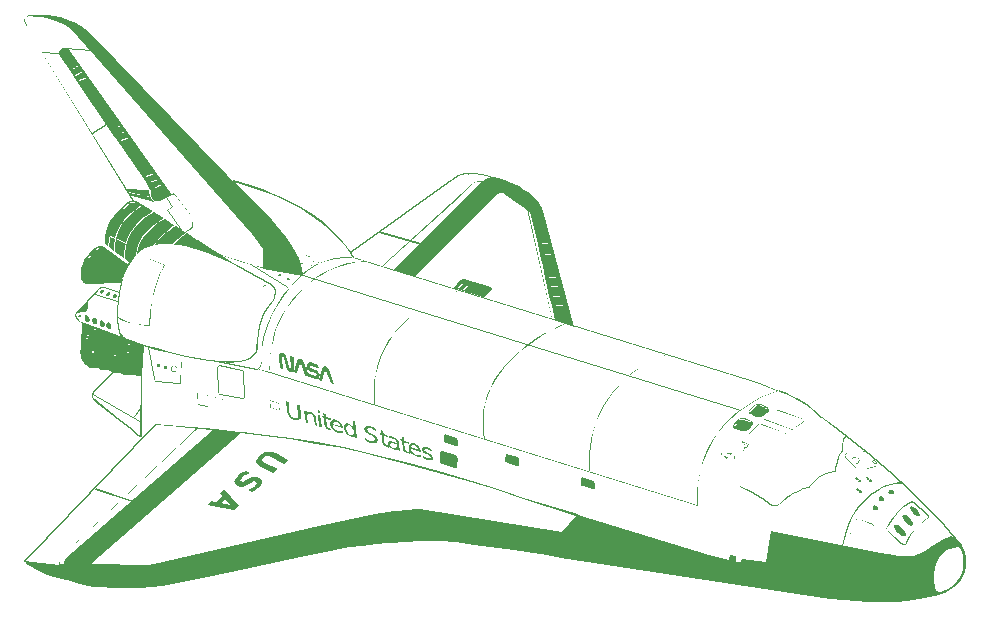
<source format=gto>
%TF.GenerationSoftware,KiCad,Pcbnew,(6.0.4-0)*%
%TF.CreationDate,2022-05-26T18:37:45-04:00*%
%TF.ProjectId,space_shuttle_SAO,73706163-655f-4736-9875-74746c655f53,v04*%
%TF.SameCoordinates,Original*%
%TF.FileFunction,Legend,Top*%
%TF.FilePolarity,Positive*%
%FSLAX46Y46*%
G04 Gerber Fmt 4.6, Leading zero omitted, Abs format (unit mm)*
G04 Created by KiCad (PCBNEW (6.0.4-0)) date 2022-05-26 18:37:45*
%MOMM*%
%LPD*%
G01*
G04 APERTURE LIST*
G04 APERTURE END LIST*
%TO.C,svg2mod*%
G36*
X137338918Y-112647854D02*
G01*
X137258132Y-112647854D01*
X137258132Y-111672283D01*
X137338918Y-111672283D01*
X137338918Y-112647854D01*
G37*
G36*
X122208632Y-90512074D02*
G01*
X122208778Y-90511721D01*
X122248496Y-90511721D01*
X122270721Y-90566754D01*
X122325402Y-90588979D01*
X122380082Y-90566754D01*
X122402660Y-90511721D01*
X122380082Y-90457393D01*
X122325402Y-90434815D01*
X122271074Y-90457393D01*
X122248496Y-90511721D01*
X122208778Y-90511721D01*
X122242852Y-90429171D01*
X122325402Y-90394599D01*
X122408305Y-90429171D01*
X122442524Y-90512074D01*
X122408305Y-90594624D01*
X122325402Y-90629196D01*
X122242852Y-90594624D01*
X122208632Y-90512074D01*
G37*
G36*
X125344474Y-113551001D02*
G01*
X125263688Y-113551001D01*
X125263688Y-112575394D01*
X125344474Y-112575394D01*
X125344474Y-113551001D01*
G37*
G36*
X107378560Y-91799360D02*
G01*
X107419835Y-91839929D01*
X107435005Y-91896373D01*
X107424069Y-91959168D01*
X107388791Y-92022315D01*
X107274138Y-92109098D01*
X107210285Y-92121446D01*
X107210285Y-92121798D01*
X107151019Y-92108040D01*
X107109391Y-92068176D01*
X107094574Y-92011732D01*
X107105510Y-91948937D01*
X107140788Y-91885790D01*
X107255441Y-91799007D01*
X107319294Y-91786307D01*
X107378560Y-91799360D01*
G37*
G36*
X121514366Y-98797059D02*
G01*
X121506957Y-98824929D01*
X120459207Y-98535651D01*
X120466968Y-98507781D01*
X121514366Y-98797059D01*
G37*
G36*
X115861807Y-86438196D02*
G01*
X115815594Y-86472415D01*
X104615957Y-71443378D01*
X104662171Y-71408805D01*
X115861807Y-86438196D01*
G37*
G36*
X122418182Y-114165257D02*
G01*
X122337396Y-114165257D01*
X122337396Y-113189686D01*
X122418182Y-113189686D01*
X122418182Y-114165257D01*
G37*
G36*
X118702727Y-82609146D02*
G01*
X119578321Y-82852210D01*
X120867018Y-83284010D01*
X121622668Y-83577168D01*
X122428766Y-83925713D01*
X123268024Y-84331760D01*
X124123157Y-84799191D01*
X124976880Y-85329416D01*
X125811199Y-85925963D01*
X126608477Y-86591302D01*
X127351780Y-87328607D01*
X128023468Y-88139643D01*
X128326504Y-88573913D01*
X128605552Y-89027938D01*
X128505363Y-89085440D01*
X128229843Y-88637413D01*
X127929982Y-88208788D01*
X127265702Y-87407277D01*
X126529455Y-86678790D01*
X125738880Y-86020154D01*
X124911263Y-85429252D01*
X124063891Y-84903260D01*
X123214755Y-84439710D01*
X122381141Y-84035780D01*
X121579982Y-83688999D01*
X120828918Y-83396899D01*
X119547982Y-82966157D01*
X118676974Y-82722741D01*
X118355593Y-82646188D01*
X118379582Y-82532946D01*
X118702727Y-82609146D01*
G37*
G36*
X133581482Y-112322488D02*
G01*
X133500696Y-112322488D01*
X133500696Y-111347198D01*
X133581482Y-111347198D01*
X133581482Y-112322488D01*
G37*
G36*
X160041932Y-105621192D02*
G01*
X160042990Y-105621192D01*
X160043696Y-105618334D01*
X160058160Y-105621792D01*
X160077563Y-105622391D01*
X160584857Y-105645110D01*
X160585915Y-105645710D01*
X160712563Y-105704059D01*
X160792290Y-105778778D01*
X160846618Y-105869900D01*
X160846618Y-105871382D01*
X160846971Y-105872864D01*
X160833918Y-106033836D01*
X160776063Y-106139034D01*
X160689279Y-106201723D01*
X160590501Y-106237354D01*
X160523826Y-106245397D01*
X160326271Y-106189058D01*
X160190451Y-106106579D01*
X160189746Y-106106261D01*
X159949151Y-105892125D01*
X159900821Y-105857624D01*
X159781229Y-105772851D01*
X159708204Y-105689490D01*
X159700911Y-105658163D01*
X159724079Y-105658163D01*
X159729018Y-105679153D01*
X159797104Y-105754189D01*
X159912463Y-105836951D01*
X160541818Y-106097971D01*
X160532999Y-106119526D01*
X159985135Y-105892725D01*
X160204563Y-106088199D01*
X160336149Y-106168103D01*
X160523826Y-106221549D01*
X160584151Y-106214670D01*
X160679049Y-106180733D01*
X160758776Y-106123265D01*
X160811340Y-106027521D01*
X160823335Y-105876321D01*
X160772888Y-105790666D01*
X160698451Y-105722827D01*
X160580624Y-105668817D01*
X160178810Y-105650684D01*
X160612374Y-105753872D01*
X160607082Y-105776873D01*
X160054279Y-105645534D01*
X160039815Y-105644934D01*
X160039110Y-105644616D01*
X159942801Y-105630541D01*
X159777349Y-105627683D01*
X159729724Y-105645816D01*
X159724079Y-105658163D01*
X159700911Y-105658163D01*
X159700443Y-105656152D01*
X159713143Y-105629129D01*
X159773468Y-105604400D01*
X159945271Y-105607116D01*
X160041932Y-105621192D01*
G37*
G36*
X115300185Y-103621789D02*
G01*
X115189060Y-103726952D01*
X115109685Y-103642850D01*
X115220810Y-103537722D01*
X115300185Y-103621789D01*
G37*
G36*
X136146882Y-112539481D02*
G01*
X136065743Y-112539481D01*
X136065743Y-111563910D01*
X136146882Y-111563910D01*
X136146882Y-112539481D01*
G37*
G36*
X131092408Y-103748779D02*
G01*
X131119168Y-104038082D01*
X131506423Y-104154816D01*
X131518457Y-104284912D01*
X131131201Y-104168178D01*
X131182365Y-104721313D01*
X131234981Y-104892826D01*
X131394596Y-104975432D01*
X131587713Y-105033645D01*
X131600672Y-105173748D01*
X131407555Y-105115535D01*
X131221972Y-105042126D01*
X131100503Y-104953110D01*
X131028963Y-104832051D01*
X130993335Y-104664332D01*
X130942171Y-104111197D01*
X130804230Y-104069617D01*
X130792197Y-103939521D01*
X130930138Y-103981102D01*
X130903378Y-103691798D01*
X131092408Y-103748779D01*
G37*
G36*
X112104371Y-98083742D02*
G01*
X112150938Y-98115140D01*
X112182335Y-98161706D01*
X112193977Y-98218504D01*
X112182335Y-98275654D01*
X112150938Y-98322220D01*
X112104371Y-98353617D01*
X112047574Y-98365259D01*
X111990777Y-98353617D01*
X111944210Y-98322220D01*
X111912813Y-98275654D01*
X111901524Y-98218504D01*
X111912813Y-98161706D01*
X111944210Y-98115140D01*
X111990777Y-98083742D01*
X112047574Y-98072101D01*
X112104371Y-98083742D01*
G37*
G36*
X123102218Y-90779126D02*
G01*
X123130441Y-90847918D01*
X123102218Y-90916357D01*
X123033427Y-90944932D01*
X122964635Y-90916357D01*
X122936413Y-90847918D01*
X122964635Y-90779126D01*
X123033427Y-90750551D01*
X123102218Y-90779126D01*
G37*
G36*
X163382385Y-102790503D02*
G01*
X163315710Y-102731942D01*
X163318753Y-102723828D01*
X163340757Y-102723828D01*
X163391910Y-102766162D01*
X165571018Y-103588451D01*
X165571018Y-103588487D01*
X165619701Y-103599493D01*
X165620054Y-103599493D01*
X165620054Y-103599670D01*
X165756932Y-103569542D01*
X165757285Y-103569190D01*
X166682974Y-102943891D01*
X166694968Y-102910659D01*
X166684737Y-102853862D01*
X166615593Y-102765809D01*
X164626985Y-102015098D01*
X164520093Y-102002751D01*
X164429076Y-102015451D01*
X164350407Y-102065192D01*
X164348996Y-102066603D01*
X164347232Y-102067662D01*
X163359101Y-102679025D01*
X163340757Y-102723828D01*
X163318753Y-102723828D01*
X163343226Y-102658564D01*
X163343932Y-102658212D01*
X164333474Y-102045789D01*
X164422021Y-101990403D01*
X164519740Y-101976645D01*
X164633687Y-101990051D01*
X164634393Y-101990403D01*
X166624765Y-102741467D01*
X166675565Y-102782037D01*
X166708726Y-102845149D01*
X166720721Y-102911365D01*
X166699201Y-102964211D01*
X166698849Y-102964564D01*
X165772895Y-103589891D01*
X165674735Y-103626516D01*
X165674735Y-103626481D01*
X165674382Y-103626340D01*
X165561493Y-103612828D01*
X163382385Y-102790503D01*
G37*
G36*
X165772101Y-103590427D02*
G01*
X165772895Y-103589891D01*
X165773160Y-103589792D01*
X165772101Y-103590427D01*
G37*
G36*
X124600796Y-102073193D02*
G01*
X124615438Y-102231491D01*
X124761108Y-102141858D01*
X124968409Y-102160127D01*
X125144126Y-102239627D01*
X125276868Y-102359236D01*
X125365127Y-102516068D01*
X125407562Y-102709054D01*
X125464448Y-103324052D01*
X125276439Y-103267379D01*
X125220058Y-102657840D01*
X125136680Y-102422221D01*
X124939980Y-102293061D01*
X124707856Y-102307107D01*
X124641777Y-102516246D01*
X124695045Y-103092125D01*
X124506015Y-103035144D01*
X124411766Y-102016212D01*
X124600796Y-102073193D01*
G37*
G36*
X140012268Y-112864566D02*
G01*
X139931482Y-112864566D01*
X139931482Y-111888994D01*
X140012268Y-111888994D01*
X140012268Y-112864566D01*
G37*
G36*
X171455351Y-107859955D02*
G01*
X171511443Y-107912272D01*
X171531904Y-107958556D01*
X171514618Y-108005970D01*
X171514618Y-108006252D01*
X171437007Y-108088766D01*
X171391146Y-108109757D01*
X171343521Y-108091906D01*
X171287429Y-108039307D01*
X171266262Y-107993340D01*
X171284254Y-107945609D01*
X171361160Y-107863130D01*
X171407374Y-107842140D01*
X171455351Y-107859955D01*
G37*
G36*
X178706346Y-112800466D02*
G01*
X178980454Y-112715094D01*
X179195648Y-112680592D01*
X179359337Y-112684049D01*
X179478223Y-112713401D01*
X179557598Y-112755346D01*
X179610162Y-112806816D01*
X179901910Y-113147423D01*
X180060660Y-113389146D01*
X180209179Y-113677189D01*
X180331946Y-114010882D01*
X180415201Y-114389165D01*
X180444129Y-114811405D01*
X180404265Y-115276507D01*
X180305135Y-115696172D01*
X180181662Y-116031910D01*
X180032437Y-116334876D01*
X180030321Y-116337451D01*
X180028204Y-116340026D01*
X179767148Y-116644121D01*
X179396379Y-116977566D01*
X179167073Y-117143407D01*
X178906723Y-117302087D01*
X178614271Y-117448948D01*
X178287951Y-117579158D01*
X178139432Y-117631193D01*
X177698460Y-117759392D01*
X176966798Y-117924951D01*
X175944801Y-118088217D01*
X175323912Y-118157220D01*
X174629999Y-118210666D01*
X173863765Y-118244603D01*
X173024154Y-118253493D01*
X172112224Y-118232820D01*
X171127268Y-118177328D01*
X170069640Y-118082749D01*
X168938987Y-117943648D01*
X168938987Y-117943366D01*
X155058298Y-115835025D01*
X177725623Y-115835025D01*
X177726329Y-116366520D01*
X177789123Y-116974144D01*
X177810643Y-117060116D01*
X177904835Y-117233718D01*
X177994440Y-117314187D01*
X178118265Y-117366222D01*
X178193054Y-117375711D01*
X178320760Y-117364493D01*
X178467515Y-117318491D01*
X178903196Y-117106083D01*
X179164251Y-116939078D01*
X179430598Y-116724942D01*
X179683540Y-116458207D01*
X179905790Y-116133969D01*
X180078651Y-115747360D01*
X180141446Y-115528885D01*
X180185190Y-115292912D01*
X180200360Y-115134514D01*
X180210590Y-114744166D01*
X180197185Y-114500996D01*
X180162260Y-114245761D01*
X180098054Y-113993102D01*
X179997865Y-113757976D01*
X179992221Y-113747921D01*
X179787610Y-113584338D01*
X179768912Y-113583456D01*
X179662021Y-113585820D01*
X179385443Y-113621733D01*
X179003032Y-113735574D01*
X178792776Y-113835587D01*
X178580757Y-113971547D01*
X178375087Y-114149171D01*
X178184235Y-114373396D01*
X178015960Y-114649057D01*
X177878376Y-114981056D01*
X177778893Y-115374827D01*
X177725623Y-115835025D01*
X155058298Y-115835025D01*
X146104740Y-114475067D01*
X146104388Y-114475067D01*
X144952568Y-114284496D01*
X142177618Y-113848463D01*
X138802241Y-113369567D01*
X137208743Y-113177586D01*
X135848432Y-113050515D01*
X134997885Y-113033864D01*
X134103241Y-113067201D01*
X133108760Y-113137334D01*
X133105938Y-113137334D01*
X131475046Y-113238510D01*
X130473510Y-113327340D01*
X129375666Y-113448625D01*
X128202327Y-113607022D01*
X126974307Y-113807647D01*
X125711716Y-114055720D01*
X124435718Y-114355793D01*
X124434660Y-114356075D01*
X118645577Y-115642408D01*
X118644871Y-115642408D01*
X115414485Y-116280231D01*
X112380949Y-116859421D01*
X112379185Y-116859703D01*
X112377069Y-116860021D01*
X111488069Y-116943664D01*
X110521810Y-117004871D01*
X109336124Y-117040819D01*
X108037196Y-117022969D01*
X107371857Y-116985328D01*
X106711810Y-116923239D01*
X106067638Y-116833563D01*
X105452394Y-116711960D01*
X104876660Y-116555609D01*
X104352785Y-116360135D01*
X104353491Y-116362992D01*
X104271294Y-116354102D01*
X103907192Y-116301503D01*
X103555084Y-116228478D01*
X102893097Y-116033886D01*
X102298102Y-115796749D01*
X101783011Y-115543207D01*
X101360171Y-115300038D01*
X101042566Y-115093380D01*
X100773220Y-114896495D01*
X100804264Y-114858254D01*
X100719209Y-114834124D01*
X100632673Y-114805373D01*
X100685972Y-114749634D01*
X100845751Y-114749634D01*
X101441063Y-114862029D01*
X102209096Y-114956609D01*
X103699758Y-115068404D01*
X103700076Y-115068404D01*
X103703533Y-115010619D01*
X104009533Y-115029598D01*
X104020703Y-114917803D01*
X106396780Y-114917803D01*
X106536127Y-115010936D01*
X111138819Y-115082797D01*
X111637646Y-115011501D01*
X125653507Y-111760548D01*
X130352154Y-110748464D01*
X130354271Y-110748182D01*
X131972463Y-110540078D01*
X133251635Y-110411879D01*
X133795971Y-110380552D01*
X134197432Y-110386584D01*
X134199549Y-110386584D01*
X146235621Y-112332824D01*
X147443179Y-110924359D01*
X147442827Y-110924359D01*
X147441063Y-110924077D01*
X147441415Y-110923794D01*
X142624235Y-109413870D01*
X141768396Y-109093654D01*
X140784146Y-108757633D01*
X138532013Y-108058569D01*
X136069624Y-107356647D01*
X133600532Y-106691802D01*
X129451513Y-105635726D01*
X127706321Y-105211476D01*
X125402330Y-104811920D01*
X123166071Y-104467856D01*
X121032471Y-104175226D01*
X119031163Y-103933503D01*
X119023402Y-103941582D01*
X106396780Y-114917803D01*
X104020703Y-114917803D01*
X104021880Y-114906020D01*
X104068446Y-114722893D01*
X104107605Y-114648457D01*
X104167577Y-114591272D01*
X116664024Y-103674811D01*
X116727496Y-103628697D01*
X116620280Y-103657843D01*
X116611460Y-103669908D01*
X114684235Y-103490555D01*
X113163057Y-103368388D01*
X111815799Y-103277866D01*
X100845751Y-114749634D01*
X100685972Y-114749634D01*
X111768880Y-103159403D01*
X111795691Y-103160885D01*
X113782535Y-103300549D01*
X116030788Y-103497752D01*
X116807957Y-103578926D01*
X116807563Y-103579293D01*
X118905574Y-103799836D01*
X119110891Y-103819662D01*
X119157810Y-103824248D01*
X119170510Y-103825976D01*
X121133718Y-104072039D01*
X123245093Y-104362622D01*
X125454541Y-104703546D01*
X127728546Y-105097917D01*
X127729605Y-105098199D01*
X127731368Y-105098481D01*
X129474091Y-105521603D01*
X133622757Y-106577361D01*
X136093966Y-107242523D01*
X138559882Y-107945609D01*
X140818365Y-108646967D01*
X141806496Y-108984399D01*
X142666921Y-109306344D01*
X147540193Y-110811082D01*
X147598754Y-110829215D01*
X147598402Y-110829497D01*
X158629410Y-114290000D01*
X160373896Y-114708500D01*
X160445863Y-114277335D01*
X160912235Y-114370786D01*
X160912235Y-114800504D01*
X161388485Y-114860265D01*
X161460804Y-114570246D01*
X163479751Y-114858572D01*
X163914021Y-112181623D01*
X172354935Y-113927838D01*
X173109174Y-114065809D01*
X173887049Y-114187094D01*
X174785221Y-114297761D01*
X174785926Y-114297761D01*
X175292868Y-114333391D01*
X175674221Y-114350360D01*
X175907054Y-114343445D01*
X175919401Y-114400066D01*
X175958207Y-114379676D01*
X175948682Y-114322773D01*
X176158585Y-114276770D01*
X176375190Y-114204910D01*
X176625662Y-114090222D01*
X176937518Y-113916302D01*
X177232793Y-113713949D01*
X177569343Y-113459279D01*
X177947521Y-113191097D01*
X178365210Y-112949656D01*
X178706346Y-112800466D01*
G37*
G36*
X174175268Y-108722567D02*
G01*
X174250762Y-108773155D01*
X174301915Y-108842723D01*
X174322376Y-108922345D01*
X174306854Y-109003660D01*
X174222540Y-109091925D01*
X174097657Y-109115491D01*
X174009815Y-109093054D01*
X173933968Y-109042184D01*
X173882815Y-108972616D01*
X173862707Y-108893029D01*
X173878229Y-108811679D01*
X173928324Y-108746133D01*
X174001349Y-108708174D01*
X174087074Y-108699848D01*
X174175268Y-108722567D01*
G37*
G36*
X139478868Y-82599974D02*
G01*
X139453116Y-82651480D01*
X139217107Y-82646894D01*
X138899607Y-82692402D01*
X138778252Y-82744966D01*
X138607154Y-82867380D01*
X138215218Y-83228624D01*
X137731913Y-83744385D01*
X137730854Y-83745443D01*
X131031604Y-89800168D01*
X131031604Y-89800521D01*
X130992799Y-89757482D01*
X137689579Y-83704874D01*
X138173943Y-83187702D01*
X138570466Y-82822577D01*
X138746149Y-82694519D01*
X138892552Y-82635252D01*
X139210404Y-82589391D01*
X139361746Y-82577749D01*
X139478868Y-82599974D01*
G37*
G36*
X117069366Y-88679746D02*
G01*
X117639455Y-88921046D01*
X119044216Y-89390240D01*
X120314568Y-89750779D01*
X120867371Y-89895418D01*
X120853260Y-89951510D01*
X120299752Y-89806871D01*
X119027635Y-89445274D01*
X117618993Y-88975021D01*
X117044671Y-88733015D01*
X116651324Y-88500888D01*
X116687660Y-88455732D01*
X117069366Y-88679746D01*
G37*
G36*
X128696573Y-102922223D02*
G01*
X128827512Y-104337810D01*
X128639504Y-104281137D01*
X128625366Y-104128297D01*
X128487703Y-104218575D01*
X128275124Y-104196946D01*
X128083452Y-104103351D01*
X127923281Y-103947616D01*
X127810178Y-103747698D01*
X127771218Y-103579462D01*
X127951805Y-103579462D01*
X127988259Y-103750747D01*
X128063457Y-103895240D01*
X128172383Y-104004353D01*
X128308145Y-104070704D01*
X128439068Y-104084743D01*
X128533478Y-104036922D01*
X128586258Y-103931007D01*
X128592463Y-103772581D01*
X128555775Y-103601446D01*
X128479873Y-103457405D01*
X128370885Y-103347609D01*
X128235102Y-103281031D01*
X128104200Y-103267220D01*
X128009853Y-103315723D01*
X127957776Y-103421186D01*
X127951805Y-103579462D01*
X127771218Y-103579462D01*
X127757666Y-103520941D01*
X127770038Y-103313742D01*
X127851585Y-103172500D01*
X127991307Y-103107164D01*
X128176162Y-103127068D01*
X128396904Y-103236944D01*
X128559560Y-103416865D01*
X128508565Y-102865550D01*
X128696573Y-102922223D01*
G37*
G36*
X132837642Y-104274860D02*
G01*
X132864401Y-104564164D01*
X133251657Y-104680897D01*
X133263691Y-104810993D01*
X132876435Y-104694259D01*
X132927599Y-105247394D01*
X132980215Y-105418908D01*
X133139830Y-105501513D01*
X133332947Y-105559726D01*
X133345906Y-105699829D01*
X133152789Y-105641616D01*
X132967206Y-105568207D01*
X132845737Y-105479192D01*
X132774197Y-105358132D01*
X132738569Y-105190413D01*
X132687405Y-104637278D01*
X132549464Y-104595698D01*
X132537431Y-104465602D01*
X132675372Y-104507183D01*
X132648612Y-104217879D01*
X132837642Y-104274860D01*
G37*
G36*
X143533343Y-85189010D02*
G01*
X141594829Y-83825171D01*
X141590243Y-83819880D01*
X141508046Y-83746502D01*
X141411385Y-83683707D01*
X141282974Y-83629380D01*
X141127046Y-83602568D01*
X140946777Y-83623030D01*
X140743577Y-83712988D01*
X140518504Y-83895021D01*
X133774452Y-90638721D01*
X131913549Y-90096149D01*
X139276021Y-82801410D01*
X139376210Y-82687816D01*
X139490157Y-82587980D01*
X139647143Y-82480382D01*
X139800954Y-82401713D01*
X139981929Y-82337507D01*
X140190068Y-82294821D01*
X140424313Y-82282474D01*
X140777443Y-82326219D01*
X141407857Y-82500491D01*
X141772277Y-82634899D01*
X142165977Y-82809877D01*
X142585077Y-83030716D01*
X143027813Y-83305177D01*
X143490657Y-83638905D01*
X143965143Y-84034368D01*
X144030407Y-84089755D01*
X144189510Y-84269671D01*
X144393063Y-84598813D01*
X144498543Y-84828118D01*
X144599085Y-85105754D01*
X144599438Y-85106813D01*
X147208935Y-94927440D01*
X145630607Y-94374990D01*
X145357565Y-93179073D01*
X145715979Y-93179073D01*
X146294182Y-93179073D01*
X146294182Y-93098287D01*
X145715979Y-93098287D01*
X145715979Y-93179073D01*
X145357565Y-93179073D01*
X145157657Y-92303479D01*
X145463390Y-92303479D01*
X145463390Y-92384265D01*
X146041240Y-92384265D01*
X146041240Y-92303479D01*
X145463390Y-92303479D01*
X145157657Y-92303479D01*
X144976274Y-91509023D01*
X145282415Y-91509023D01*
X145282415Y-91589457D01*
X145860618Y-91589457D01*
X145860618Y-91509023D01*
X145282415Y-91509023D01*
X144976274Y-91509023D01*
X144804959Y-90758665D01*
X145102146Y-90758665D01*
X145679996Y-90758665D01*
X145679996Y-90677879D01*
X145102146Y-90677879D01*
X145102146Y-90758665D01*
X144804959Y-90758665D01*
X144590472Y-89819218D01*
X144921171Y-89819218D01*
X145499727Y-89819218D01*
X145499727Y-89738432D01*
X144921171Y-89738432D01*
X144921171Y-89819218D01*
X144590472Y-89819218D01*
X144376066Y-88880124D01*
X144740902Y-88880124D01*
X145318752Y-88880124D01*
X145318752Y-88798985D01*
X144740902Y-88798985D01*
X144740902Y-88880124D01*
X144376066Y-88880124D01*
X144153364Y-87904693D01*
X144487960Y-87904693D01*
X145065810Y-87904693D01*
X145065810Y-87823907D01*
X144487960Y-87823907D01*
X144487960Y-87904693D01*
X144153364Y-87904693D01*
X143533343Y-85189010D01*
G37*
G36*
X123068763Y-101281500D02*
G01*
X123145088Y-102106653D01*
X123184689Y-102301217D01*
X123263100Y-102448226D01*
X123386210Y-102554983D01*
X123560078Y-102630609D01*
X123728763Y-102658241D01*
X123838364Y-102621633D01*
X123893296Y-102514819D01*
X123898143Y-102333653D01*
X123821818Y-101508500D01*
X124029240Y-101571025D01*
X124107668Y-102418922D01*
X124092192Y-102640882D01*
X123996620Y-102775465D01*
X123823636Y-102822152D01*
X123573879Y-102779809D01*
X123395377Y-102711360D01*
X123245423Y-102622233D01*
X123124017Y-102512429D01*
X122998118Y-102311086D01*
X122939770Y-102066872D01*
X122861341Y-101218975D01*
X123068763Y-101281500D01*
G37*
G36*
X122213571Y-102012276D02*
G01*
X122213571Y-102012628D01*
X121648421Y-101843648D01*
X121650185Y-101844001D01*
X121561285Y-101806606D01*
X121522127Y-101750514D01*
X121517188Y-101681723D01*
X121485438Y-101242867D01*
X121485791Y-101244631D01*
X121486086Y-101238987D01*
X121515071Y-101238987D01*
X121515424Y-101239692D01*
X121547527Y-101682428D01*
X121546821Y-101684545D01*
X121550349Y-101740637D01*
X121579982Y-101784028D01*
X121655124Y-101814367D01*
X121655830Y-101814367D01*
X121656535Y-101814720D01*
X122222743Y-101983701D01*
X122223449Y-101984053D01*
X122267899Y-101982995D01*
X122286596Y-101975234D01*
X122289066Y-101971353D01*
X122288713Y-101970648D01*
X122246027Y-101515917D01*
X122228741Y-101447831D01*
X122213571Y-101415376D01*
X122200518Y-101403028D01*
X122199813Y-101403028D01*
X121519657Y-101192420D01*
X121517188Y-101198417D01*
X121515071Y-101238987D01*
X121486086Y-101238987D01*
X121488613Y-101190656D01*
X121498491Y-101169137D01*
X121510485Y-101161023D01*
X121527771Y-101164551D01*
X121523538Y-101162081D01*
X122207927Y-101374101D01*
X122206516Y-101373748D01*
X122238266Y-101398442D01*
X122256610Y-101437601D01*
X122275307Y-101510626D01*
X122275307Y-101511331D01*
X122318346Y-101967120D01*
X122317993Y-101965709D01*
X122304941Y-101998164D01*
X122275307Y-102011923D01*
X122213571Y-102012276D01*
G37*
G36*
X112522766Y-85754513D02*
G01*
X112263827Y-85886452D01*
X111919163Y-86104116D01*
X111512410Y-86417735D01*
X111086960Y-86832954D01*
X110686557Y-87355771D01*
X110509816Y-87658807D01*
X110355652Y-87991124D01*
X110229357Y-88352721D01*
X110129521Y-88882240D01*
X109968655Y-89078738D01*
X109790855Y-89330268D01*
X109489935Y-89850968D01*
X109255338Y-90370962D01*
X109080360Y-90862029D01*
X108956888Y-91294535D01*
X108878219Y-91639198D01*
X108823891Y-91949996D01*
X108823891Y-91951407D01*
X108823185Y-91952818D01*
X108694774Y-92842876D01*
X108652794Y-93345232D01*
X108637271Y-93862757D01*
X108656674Y-94378870D01*
X108720174Y-94875229D01*
X108836238Y-95335604D01*
X109013685Y-95742004D01*
X109160441Y-95830551D01*
X109539677Y-96023520D01*
X110117880Y-96252826D01*
X110471716Y-96360070D01*
X110862594Y-96450029D01*
X110865769Y-96450734D01*
X110868238Y-96451793D01*
X111907874Y-96755181D01*
X113022299Y-97049398D01*
X114368146Y-97363018D01*
X115362274Y-97559867D01*
X116367338Y-97720029D01*
X117342063Y-97826215D01*
X118246232Y-97860787D01*
X118251171Y-97860787D01*
X118626527Y-97847734D01*
X118974718Y-97814573D01*
X119292218Y-97759187D01*
X119575146Y-97680870D01*
X119717668Y-97593029D01*
X120012591Y-97357373D01*
X120162168Y-97192979D01*
X120281055Y-97006359D01*
X120348082Y-96801748D01*
X120341380Y-96582320D01*
X120339968Y-96575618D01*
X120340321Y-96568562D01*
X120367838Y-96230248D01*
X120482491Y-95405101D01*
X120587266Y-94898159D01*
X120732610Y-94374990D01*
X120925227Y-93870518D01*
X121171466Y-93418962D01*
X121172171Y-93417904D01*
X121172524Y-93417904D01*
X121720741Y-92643557D01*
X121800116Y-92481985D01*
X121862557Y-92309829D01*
X121907007Y-92102396D01*
X121909124Y-91879793D01*
X121845977Y-91661071D01*
X121783535Y-91558060D01*
X121694988Y-91461398D01*
X121577160Y-91373204D01*
X121425466Y-91295593D01*
X121422996Y-91294535D01*
X118813499Y-89840032D01*
X118812088Y-89838974D01*
X118560910Y-89701390D01*
X118176030Y-89519710D01*
X118040563Y-89459737D01*
X117051021Y-89037815D01*
X115965877Y-88598254D01*
X115138613Y-88305096D01*
X114676827Y-88188326D01*
X114648957Y-88181271D01*
X115343224Y-87584018D01*
X115376385Y-87605185D01*
X118129110Y-89390593D01*
X118565849Y-89593087D01*
X118863593Y-89753601D01*
X118864299Y-89753601D01*
X118864652Y-89752896D01*
X118866768Y-89754307D01*
X118867121Y-89754660D01*
X118867474Y-89755012D01*
X121464624Y-91203165D01*
X121469210Y-91205635D01*
X121632546Y-91290654D01*
X121763780Y-91389079D01*
X121864321Y-91499146D01*
X121936641Y-91616973D01*
X121983913Y-91741151D01*
X122008960Y-91867093D01*
X122006843Y-92115096D01*
X121958866Y-92340168D01*
X121891838Y-92525023D01*
X121806818Y-92695768D01*
X121805760Y-92697179D01*
X121255074Y-93475407D01*
X121255074Y-93475759D01*
X121017302Y-93912498D01*
X120829271Y-94406740D01*
X120685691Y-94922148D01*
X120581621Y-95423093D01*
X120468380Y-96234129D01*
X120441216Y-96570326D01*
X120455327Y-96698031D01*
X120446507Y-96820798D01*
X120371366Y-97050456D01*
X120241543Y-97255068D01*
X120082441Y-97429692D01*
X119767763Y-97680870D01*
X119619949Y-97771887D01*
X119616068Y-97774004D01*
X119612541Y-97775062D01*
X119612188Y-97775062D01*
X119320793Y-97856201D01*
X118997296Y-97913351D01*
X118645224Y-97947923D01*
X118268105Y-97962387D01*
X118268810Y-97963445D01*
X118249760Y-97963445D01*
X117335360Y-97929226D01*
X116353932Y-97821276D01*
X115344635Y-97658292D01*
X114346627Y-97460031D01*
X112999016Y-97146412D01*
X111883532Y-96851843D01*
X110839663Y-96547043D01*
X110434321Y-96452851D01*
X110067785Y-96340668D01*
X109469827Y-96100426D01*
X109083182Y-95901459D01*
X108946305Y-95818204D01*
X108936780Y-95811501D01*
X108930782Y-95801270D01*
X108827771Y-95597365D01*
X108742399Y-95377937D01*
X108619280Y-94903804D01*
X108552252Y-94395804D01*
X108531791Y-93870518D01*
X108548371Y-93345232D01*
X108592116Y-92836526D01*
X108724055Y-91936943D01*
X108724055Y-91934473D01*
X108724760Y-91934121D01*
X108761802Y-91710812D01*
X108894799Y-91135785D01*
X109008746Y-90757607D01*
X109159735Y-90341682D01*
X109352705Y-89903532D01*
X109591888Y-89460796D01*
X109390452Y-89314393D01*
X109217238Y-89184924D01*
X109232407Y-88643057D01*
X109294496Y-88178096D01*
X109404210Y-87749824D01*
X109553435Y-87357182D01*
X109735116Y-87000171D01*
X109941491Y-86677379D01*
X110164799Y-86388807D01*
X110396927Y-86132691D01*
X110858360Y-85718529D01*
X111264055Y-85429604D01*
X111662341Y-85204532D01*
X111656696Y-85192185D01*
X112522766Y-85754513D01*
G37*
G36*
X123935832Y-113876086D02*
G01*
X123854693Y-113876086D01*
X123854693Y-112900796D01*
X123935832Y-112900796D01*
X123935832Y-113876086D01*
G37*
G36*
X125776980Y-89511949D02*
G01*
X125770630Y-89540171D01*
X123892088Y-89106607D01*
X123898438Y-89078385D01*
X125776980Y-89511949D01*
G37*
G36*
X121481910Y-98814345D02*
G01*
X121453688Y-98280945D01*
X121455383Y-98213212D01*
X121509427Y-98213212D01*
X121537296Y-98788592D01*
X157678313Y-110042023D01*
X157650099Y-109676866D01*
X157655743Y-108837819D01*
X157703368Y-108276374D01*
X157797560Y-107639433D01*
X157951018Y-106941286D01*
X158177149Y-106196220D01*
X158498882Y-105396684D01*
X158925038Y-104582791D01*
X159470079Y-103771084D01*
X159791107Y-103371281D01*
X160147060Y-102978216D01*
X160539701Y-102594006D01*
X160970443Y-102220767D01*
X161441049Y-101860581D01*
X161953282Y-101515564D01*
X162509260Y-101187481D01*
X163110393Y-100878801D01*
X163758446Y-100591287D01*
X164455182Y-100327056D01*
X162723043Y-99668773D01*
X129603207Y-89415993D01*
X129602502Y-89446332D01*
X128890949Y-89473496D01*
X128213968Y-89574743D01*
X127573324Y-89740196D01*
X126970074Y-89958565D01*
X126405982Y-90219621D01*
X125882813Y-90513132D01*
X125401977Y-90828515D01*
X124965238Y-91155187D01*
X124229696Y-91800771D01*
X123688888Y-92365568D01*
X123241213Y-92918018D01*
X123240860Y-92918371D01*
X123240507Y-92918723D01*
X122882438Y-93433073D01*
X122576580Y-93950246D01*
X122319052Y-94465301D01*
X122105621Y-94972948D01*
X121932407Y-95468954D01*
X121795530Y-95948731D01*
X121613849Y-96839495D01*
X121529182Y-97607140D01*
X121509427Y-98213212D01*
X121455383Y-98213212D01*
X121468857Y-97674873D01*
X121548938Y-96897351D01*
X121727796Y-95988948D01*
X121864674Y-95497882D01*
X122038946Y-94989882D01*
X122254846Y-94469534D01*
X122516255Y-93941779D01*
X122827757Y-93412259D01*
X123193588Y-92885209D01*
X123193941Y-92885209D01*
X123194293Y-92884504D01*
X123639852Y-92333465D01*
X124176780Y-91771490D01*
X124907030Y-91128023D01*
X125340946Y-90801704D01*
X125818255Y-90485968D01*
X126338249Y-90191046D01*
X126898460Y-89927168D01*
X127498535Y-89704565D01*
X128135652Y-89534174D01*
X128809104Y-89425871D01*
X129517482Y-89389887D01*
X128764302Y-89156349D01*
X128638360Y-89129538D01*
X128285229Y-89084382D01*
X127739482Y-89073799D01*
X127036396Y-89151057D01*
X126637052Y-89239251D01*
X126211602Y-89369426D01*
X125764632Y-89548637D01*
X125300730Y-89782882D01*
X124824480Y-90079215D01*
X124340116Y-90444340D01*
X123851871Y-90885312D01*
X123364332Y-91408482D01*
X122681355Y-92278079D01*
X122132785Y-93115926D01*
X121703807Y-93909323D01*
X121379957Y-94644865D01*
X121146418Y-95309851D01*
X120988727Y-95891581D01*
X120891360Y-96376298D01*
X120840207Y-96751654D01*
X120852907Y-97839973D01*
X120699802Y-98290823D01*
X120698038Y-98293645D01*
X120569980Y-98452042D01*
X120397471Y-98549762D01*
X120391474Y-98551173D01*
X116628041Y-97827273D01*
X116638977Y-97770829D01*
X120388299Y-98491554D01*
X120531880Y-98407240D01*
X120647591Y-98265070D01*
X120795052Y-97830448D01*
X120782352Y-96748479D01*
X120782705Y-96747068D01*
X120834210Y-96368537D01*
X120932282Y-95879940D01*
X121091032Y-95294329D01*
X121325982Y-94625109D01*
X121651596Y-93884629D01*
X122082691Y-93086998D01*
X122634082Y-92244565D01*
X123320588Y-91370735D01*
X123811302Y-90844037D01*
X124303427Y-90399890D01*
X124792024Y-90031943D01*
X125272507Y-89732787D01*
X125740996Y-89496074D01*
X126192552Y-89315099D01*
X126622588Y-89183513D01*
X127026518Y-89094260D01*
X127738424Y-89016296D01*
X128292638Y-89027232D01*
X128651766Y-89073446D01*
X128779824Y-89100963D01*
X128780529Y-89100963D01*
X162742093Y-99614445D01*
X164623810Y-100329526D01*
X164548315Y-100355631D01*
X163844876Y-100617745D01*
X163191179Y-100903495D01*
X162584754Y-101210764D01*
X162024543Y-101537437D01*
X161508429Y-101881748D01*
X161034649Y-102241228D01*
X160601438Y-102613762D01*
X160206679Y-102997584D01*
X159849315Y-103390331D01*
X159526876Y-103789958D01*
X158980776Y-104601523D01*
X158553563Y-105415522D01*
X158231476Y-106215199D01*
X158000407Y-106983725D01*
X157846243Y-107704168D01*
X157754521Y-108359806D01*
X157711129Y-108933846D01*
X157713246Y-109770070D01*
X157739351Y-110078609D01*
X157745349Y-110123553D01*
X157745349Y-110123800D01*
X121484380Y-98833042D01*
X121481910Y-98814345D01*
G37*
G36*
X172109401Y-107638622D02*
G01*
X172201476Y-107719091D01*
X172246985Y-107815117D01*
X172239224Y-107856498D01*
X172208179Y-107879216D01*
X172115046Y-107857944D01*
X172022618Y-107777440D01*
X171977110Y-107681449D01*
X171984871Y-107640068D01*
X172015915Y-107617350D01*
X172109401Y-107638622D01*
G37*
G36*
X161681996Y-102677614D02*
G01*
X162033363Y-102821548D01*
X162215749Y-102891221D01*
X162216454Y-102891539D01*
X162266196Y-102918844D01*
X162351568Y-103011377D01*
X162374851Y-103087577D01*
X162367090Y-103178982D01*
X162319818Y-103278995D01*
X162227390Y-103387932D01*
X162228801Y-103386768D01*
X161931410Y-103696048D01*
X161926118Y-103699788D01*
X161840393Y-103741486D01*
X161743026Y-103771084D01*
X161618849Y-103786042D01*
X161422704Y-103757573D01*
X161422351Y-103757573D01*
X160951393Y-103603515D01*
X160837446Y-103550633D01*
X160765126Y-103477891D01*
X160732318Y-103393965D01*
X160731765Y-103330112D01*
X160776415Y-103330112D01*
X160843443Y-103385287D01*
X161283710Y-102851534D01*
X161284415Y-102850934D01*
X161367671Y-102793325D01*
X161473504Y-102780273D01*
X161628021Y-102839434D01*
X161631196Y-102841444D01*
X162272899Y-103100983D01*
X162305354Y-103020797D01*
X161667179Y-102762281D01*
X161673882Y-102765809D01*
X161482676Y-102695253D01*
X161336626Y-102712539D01*
X161246315Y-102766867D01*
X161215976Y-102796853D01*
X161214918Y-102798264D01*
X160776415Y-103330112D01*
X160731765Y-103330112D01*
X160731613Y-103312614D01*
X160775357Y-103185579D01*
X160807813Y-103134708D01*
X160808871Y-103132698D01*
X161159532Y-102742525D01*
X161154240Y-102749581D01*
X161187401Y-102711481D01*
X161286532Y-102644806D01*
X161452690Y-102615878D01*
X161559935Y-102632106D01*
X161681996Y-102677614D01*
G37*
G36*
X162117676Y-104081987D02*
G01*
X162049943Y-104024379D01*
X162052997Y-104015983D01*
X162074990Y-104015983D01*
X162127201Y-104057575D01*
X164317246Y-104849526D01*
X164366527Y-104859805D01*
X164502454Y-104827971D01*
X165147685Y-104174521D01*
X165172026Y-104054435D01*
X165143804Y-103974249D01*
X165076776Y-103913360D01*
X163160135Y-103220222D01*
X163018318Y-103173867D01*
X162945293Y-103161449D01*
X162902254Y-103169775D01*
X162094040Y-103970404D01*
X162093688Y-103970792D01*
X162074990Y-104015983D01*
X162052997Y-104015983D01*
X162076689Y-103950860D01*
X162884968Y-103150054D01*
X162885321Y-103149702D01*
X162945999Y-103135414D01*
X163024315Y-103148643D01*
X163168601Y-103195774D01*
X165087007Y-103889441D01*
X165087712Y-103889759D01*
X165164971Y-103959715D01*
X165197426Y-104052883D01*
X165170615Y-104186903D01*
X165169557Y-104189020D01*
X165168146Y-104190678D01*
X164519387Y-104847444D01*
X164519035Y-104847868D01*
X164448832Y-104880958D01*
X164363812Y-104886356D01*
X164363460Y-104886321D01*
X164308074Y-104873938D01*
X162117676Y-104081987D01*
G37*
G36*
X162076689Y-103950860D02*
G01*
X162076049Y-103951495D01*
X162076754Y-103950683D01*
X162076689Y-103950860D01*
G37*
G36*
X115436357Y-101529676D02*
G01*
X115382030Y-101495456D01*
X115359099Y-101433014D01*
X115334757Y-100615276D01*
X115335023Y-100614570D01*
X115362274Y-100614570D01*
X115386969Y-101431956D01*
X115441649Y-101502159D01*
X116201532Y-101649620D01*
X116233635Y-101641153D01*
X116246688Y-101605170D01*
X116221994Y-100787431D01*
X116167313Y-100717228D01*
X115407782Y-100569767D01*
X115375327Y-100578234D01*
X115362274Y-100614570D01*
X115335023Y-100614570D01*
X115356277Y-100558126D01*
X115412721Y-100542603D01*
X116172605Y-100690064D01*
X116226932Y-100724284D01*
X116249863Y-100786726D01*
X116274557Y-101604112D01*
X116274557Y-101604464D01*
X116252685Y-101661262D01*
X116196241Y-101676784D01*
X116195888Y-101676784D01*
X115436357Y-101529676D01*
G37*
G36*
X172366576Y-107830075D02*
G01*
X172422668Y-107882674D01*
X172443835Y-107928676D01*
X172425843Y-107976371D01*
X172348937Y-108058886D01*
X172303076Y-108079841D01*
X172255099Y-108062026D01*
X172199007Y-108009709D01*
X172178193Y-107963425D01*
X172195832Y-107916011D01*
X172195832Y-107915729D01*
X172273090Y-107833214D01*
X172319304Y-107812224D01*
X172366576Y-107830075D01*
G37*
G36*
X170308118Y-104192865D02*
G01*
X170192760Y-104319724D01*
X170111621Y-104492868D01*
X170032246Y-104901913D01*
X170026249Y-105262911D01*
X170036832Y-105417498D01*
X170041065Y-105457715D01*
X170001201Y-105464947D01*
X169884785Y-105547038D01*
X169763429Y-105747804D01*
X169654421Y-106027768D01*
X169561287Y-106345409D01*
X169431818Y-106933666D01*
X169386310Y-107198920D01*
X169381018Y-107233986D01*
X169345740Y-107235856D01*
X168865610Y-107312797D01*
X168438396Y-107471547D01*
X168066921Y-107683778D01*
X167755418Y-107921021D01*
X167507062Y-108154983D01*
X167325382Y-108357195D01*
X167175804Y-108553057D01*
X167165221Y-108569003D01*
X167146524Y-108572037D01*
X166662512Y-108693322D01*
X166205665Y-108880259D01*
X165786918Y-109107659D01*
X165418618Y-109350264D01*
X164878515Y-109780265D01*
X164677785Y-109968437D01*
X164675668Y-109970695D01*
X164673199Y-109972670D01*
X164449890Y-110096636D01*
X164246337Y-110132514D01*
X164246337Y-110132479D01*
X164040668Y-110096354D01*
X163852637Y-109992002D01*
X163784199Y-109931219D01*
X163786668Y-109933688D01*
X163518910Y-109723962D01*
X163156254Y-109492257D01*
X162309235Y-109027120D01*
X161251254Y-108514569D01*
X161286885Y-108435547D01*
X162349099Y-108949897D01*
X163199646Y-109415811D01*
X163567593Y-109651219D01*
X163845935Y-109870435D01*
X163846993Y-109871599D01*
X163848051Y-109872905D01*
X163906965Y-109925045D01*
X164069949Y-110014898D01*
X164182485Y-110043014D01*
X164312307Y-110043014D01*
X164458004Y-110001386D01*
X164619224Y-109904619D01*
X164824187Y-109711086D01*
X165366407Y-109278651D01*
X165736824Y-109034811D01*
X166158746Y-108805646D01*
X166621237Y-108615887D01*
X167113715Y-108490333D01*
X167292574Y-108259793D01*
X167480957Y-108055253D01*
X167731782Y-107824995D01*
X168042579Y-107594278D01*
X168410174Y-107388503D01*
X168832449Y-107232928D01*
X169306229Y-107152988D01*
X169354560Y-106873765D01*
X169477326Y-106323572D01*
X169571871Y-106000569D01*
X169685112Y-105710939D01*
X169818110Y-105491193D01*
X169947932Y-105391251D01*
X169937701Y-105220225D01*
X169945815Y-104894964D01*
X169973332Y-104676559D01*
X170028012Y-104461788D01*
X170119382Y-104270547D01*
X170256965Y-104122733D01*
X170308118Y-104192865D01*
G37*
G36*
X170920187Y-106416600D02*
G01*
X170836579Y-106325548D01*
X170788249Y-106226241D01*
X170779397Y-106132720D01*
X170801654Y-106132720D01*
X170810474Y-106219679D01*
X170855629Y-106312425D01*
X170935004Y-106398820D01*
X171045776Y-106463237D01*
X171155843Y-106485286D01*
X171155843Y-106485250D01*
X171222518Y-106481194D01*
X171276140Y-106446833D01*
X171302599Y-106382769D01*
X171311065Y-106292210D01*
X171310712Y-106283991D01*
X171422896Y-106238235D01*
X171307185Y-106014998D01*
X171169249Y-106070842D01*
X171163957Y-106066433D01*
X171068354Y-106009847D01*
X170975926Y-105994149D01*
X170894787Y-106013410D01*
X170831993Y-106061882D01*
X170801654Y-106132720D01*
X170779397Y-106132720D01*
X170779076Y-106129333D01*
X170814001Y-106047101D01*
X170883146Y-105993514D01*
X170971693Y-105971994D01*
X171071176Y-105987375D01*
X171172424Y-106044490D01*
X171318121Y-105985647D01*
X171454999Y-106250054D01*
X171333996Y-106299372D01*
X171325176Y-106387919D01*
X171294485Y-106460415D01*
X171226046Y-106504018D01*
X171154785Y-106508393D01*
X171037662Y-106484898D01*
X170920187Y-106416600D01*
G37*
G36*
X106678296Y-94152740D02*
G01*
X106755907Y-94210948D01*
X106818349Y-94299848D01*
X106859271Y-94410973D01*
X106871266Y-94525626D01*
X106852216Y-94624404D01*
X106802827Y-94698487D01*
X106726627Y-94732707D01*
X106726274Y-94732707D01*
X106640196Y-94716479D01*
X106562938Y-94657918D01*
X106500496Y-94569370D01*
X106459221Y-94457893D01*
X106447227Y-94343240D01*
X106466630Y-94244462D01*
X106515666Y-94170732D01*
X106592219Y-94136512D01*
X106678296Y-94152740D01*
G37*
G36*
X109888221Y-84152549D02*
G01*
X110340835Y-84338816D01*
X110729949Y-84591404D01*
X110349302Y-84801660D01*
X109942902Y-85085999D01*
X109480763Y-85495221D01*
X109248282Y-85748163D01*
X109024621Y-86034618D01*
X108817894Y-86355293D01*
X108635507Y-86710893D01*
X108485930Y-87102477D01*
X108400557Y-87434793D01*
X108002977Y-87276043D01*
X108056952Y-87052029D01*
X108212174Y-86539090D01*
X108215702Y-86529213D01*
X108213232Y-86519335D01*
X108136327Y-86376107D01*
X108045310Y-86298496D01*
X108293313Y-85880454D01*
X108562835Y-85512860D01*
X108837649Y-85196418D01*
X109101527Y-84932893D01*
X109530857Y-84569532D01*
X109721005Y-84434066D01*
X109850474Y-84455232D01*
X109988057Y-84427363D01*
X110121407Y-84319766D01*
X110065669Y-84278491D01*
X109959835Y-84364921D01*
X109850474Y-84385735D01*
X109728413Y-84363863D01*
X109711832Y-84357160D01*
X109696310Y-84367038D01*
X109516041Y-84494038D01*
X109071188Y-84866571D01*
X108794963Y-85141032D01*
X108507096Y-85471232D01*
X108225227Y-85856818D01*
X107968052Y-86294615D01*
X107951824Y-86326013D01*
X107983221Y-86341888D01*
X108049896Y-86390218D01*
X108142677Y-86528860D01*
X107982869Y-87059085D01*
X107860455Y-87570965D01*
X107771907Y-88111068D01*
X107699588Y-88059915D01*
X107661488Y-88035221D01*
X107654432Y-88031693D01*
X107518613Y-87836960D01*
X107518613Y-87828140D01*
X107545071Y-87360357D01*
X107619507Y-86927499D01*
X107735219Y-86528507D01*
X107885149Y-86162677D01*
X108062949Y-85829654D01*
X108260857Y-85528735D01*
X108473230Y-85258860D01*
X108691952Y-85020382D01*
X109123046Y-84633738D01*
X109498755Y-84363510D01*
X109865644Y-84152902D01*
X109876932Y-84147610D01*
X109888221Y-84152549D01*
G37*
G36*
X112630716Y-89693276D02*
G01*
X112611313Y-89722557D01*
X112419049Y-90065457D01*
X112220435Y-90485615D01*
X111990424Y-91063465D01*
X111757238Y-91793362D01*
X111548394Y-92669662D01*
X111391760Y-93686368D01*
X111315560Y-94837482D01*
X111314855Y-94867820D01*
X111284516Y-94865704D01*
X110967369Y-94833954D01*
X110215599Y-94720712D01*
X109769688Y-94625462D01*
X109326599Y-94499168D01*
X108923021Y-94337595D01*
X108594938Y-94136865D01*
X108631274Y-94091709D01*
X108948069Y-94284679D01*
X109344591Y-94443076D01*
X109783446Y-94568665D01*
X110226182Y-94663915D01*
X110932444Y-94771865D01*
X111259116Y-94805026D01*
X111332141Y-93702948D01*
X111478544Y-92724343D01*
X111673982Y-91874501D01*
X111894469Y-91158010D01*
X112115660Y-90579454D01*
X112313921Y-90144126D01*
X112544991Y-89720793D01*
X110209955Y-88776407D01*
X110231827Y-88722785D01*
X112630716Y-89693276D01*
G37*
G36*
X129979925Y-103340913D02*
G01*
X130200185Y-103424111D01*
X130432839Y-103544653D01*
X130449417Y-103723876D01*
X130331194Y-103645788D01*
X130220790Y-103582438D01*
X130017226Y-103497198D01*
X129869137Y-103466708D01*
X129762057Y-103476881D01*
X129686434Y-103615045D01*
X129759342Y-103769681D01*
X129851534Y-103837491D01*
X129997081Y-103912981D01*
X130123843Y-103973302D01*
X130329375Y-104087879D01*
X130476887Y-104214151D01*
X130570297Y-104354184D01*
X130611644Y-104511246D01*
X130590400Y-104673541D01*
X130490149Y-104765589D01*
X130314318Y-104786875D01*
X130064294Y-104736272D01*
X129831351Y-104644828D01*
X129704957Y-104580417D01*
X129572996Y-104504158D01*
X129555493Y-104314928D01*
X129684986Y-104407468D01*
X129810494Y-104483772D01*
X130050493Y-104587071D01*
X130205651Y-104618807D01*
X130317587Y-104607444D01*
X130397310Y-104459903D01*
X130313354Y-104282480D01*
X130218106Y-104205790D01*
X130079714Y-104129803D01*
X129952015Y-104070085D01*
X129748163Y-103957562D01*
X129606027Y-103841091D01*
X129518971Y-103713364D01*
X129480359Y-103567076D01*
X129500971Y-103416752D01*
X129596131Y-103326044D01*
X129758808Y-103299465D01*
X129979925Y-103340913D01*
G37*
G36*
X171539665Y-108767969D02*
G01*
X171595757Y-108820569D01*
X171616924Y-108866571D01*
X171598932Y-108914302D01*
X171522026Y-108996781D01*
X171475812Y-109017771D01*
X171427835Y-108999956D01*
X171371743Y-108947639D01*
X171351282Y-108901355D01*
X171368568Y-108853624D01*
X171445826Y-108771144D01*
X171492040Y-108750154D01*
X171539665Y-108767969D01*
G37*
G36*
X124783910Y-99162184D02*
G01*
X124649149Y-99121615D01*
X124497807Y-99076459D01*
X124147499Y-97989551D01*
X124126332Y-97937340D01*
X124102343Y-97917937D01*
X124100580Y-97917231D01*
X124098816Y-97916526D01*
X124087174Y-97914762D01*
X124078707Y-97920054D01*
X124060363Y-97960976D01*
X123796485Y-98863029D01*
X123520260Y-98780126D01*
X123522092Y-98773776D01*
X123530843Y-98773776D01*
X123789430Y-98851034D01*
X124051543Y-97957801D01*
X124071299Y-97913704D01*
X124085057Y-97905590D01*
X124101638Y-97907706D01*
X124103049Y-97908412D01*
X124104813Y-97909117D01*
X124104460Y-97909117D01*
X124133388Y-97932401D01*
X124155613Y-97986729D01*
X124504510Y-99069051D01*
X124651266Y-99112795D01*
X124786027Y-99153365D01*
X125358938Y-99325873D01*
X125429493Y-99339278D01*
X125429846Y-99339631D01*
X125430199Y-99339278D01*
X125524743Y-99329401D01*
X125602707Y-99287067D01*
X125672557Y-99187584D01*
X125693724Y-99047178D01*
X125653860Y-98866556D01*
X125565666Y-98722270D01*
X125449249Y-98618554D01*
X125325071Y-98558581D01*
X124970177Y-98451690D01*
X124891155Y-98392423D01*
X124857641Y-98296467D01*
X124884805Y-98217798D01*
X124962768Y-98204745D01*
X125603060Y-98394540D01*
X125591771Y-98136659D01*
X125167732Y-98008601D01*
X125146213Y-98002251D01*
X124944071Y-97941220D01*
X124808957Y-97930990D01*
X124701007Y-97981084D01*
X124631157Y-98080567D01*
X124609991Y-98220973D01*
X124649855Y-98401595D01*
X124738049Y-98545881D01*
X124854818Y-98649598D01*
X124978643Y-98709570D01*
X125179727Y-98769895D01*
X125204068Y-98777304D01*
X125333538Y-98816462D01*
X125412560Y-98875729D01*
X125446074Y-98971684D01*
X125419263Y-99050353D01*
X125341299Y-99063406D01*
X124674902Y-98862676D01*
X124663260Y-98864087D01*
X124669963Y-98856326D01*
X124406085Y-98035765D01*
X124299546Y-97799756D01*
X124191243Y-97693923D01*
X124190891Y-97693923D01*
X124190891Y-97693570D01*
X124090702Y-97646298D01*
X124087527Y-97645240D01*
X123989102Y-97632540D01*
X123988749Y-97632540D01*
X123886796Y-97666406D01*
X123807774Y-97816337D01*
X123530843Y-98773776D01*
X123522092Y-98773776D01*
X123798955Y-97813867D01*
X123880799Y-97660056D01*
X123989102Y-97623720D01*
X124090349Y-97636773D01*
X124093524Y-97637831D01*
X124195830Y-97685809D01*
X124307660Y-97794817D01*
X124415257Y-98032942D01*
X124679135Y-98854209D01*
X125344121Y-99054587D01*
X125413266Y-99043298D01*
X125436902Y-98972037D01*
X125405152Y-98881373D01*
X125331068Y-98825281D01*
X125201599Y-98785770D01*
X125177257Y-98778715D01*
X124976174Y-98718037D01*
X124849527Y-98657359D01*
X124730993Y-98551526D01*
X124641035Y-98405123D01*
X124600818Y-98221326D01*
X124623043Y-98077392D01*
X124695363Y-97973676D01*
X124807193Y-97922170D01*
X124946893Y-97932401D01*
X125149035Y-97993431D01*
X125170555Y-97999781D01*
X125600943Y-98129604D01*
X125612938Y-98406887D01*
X124960299Y-98213565D01*
X124891155Y-98224501D01*
X124867166Y-98296115D01*
X124898916Y-98386779D01*
X124972999Y-98442870D01*
X125327893Y-98549762D01*
X125454541Y-98610440D01*
X125573074Y-98716273D01*
X125663032Y-98863029D01*
X125703249Y-99046826D01*
X125681024Y-99190759D01*
X125608705Y-99293770D01*
X125527566Y-99337867D01*
X125429493Y-99348451D01*
X125356468Y-99334692D01*
X124783910Y-99162184D01*
G37*
G36*
X110611416Y-101878573D02*
G01*
X110105532Y-102601414D01*
X110010988Y-102535092D01*
X110516519Y-101812603D01*
X110611416Y-101878573D01*
G37*
G36*
X141518629Y-105686844D02*
G01*
X141512279Y-105684057D01*
X142478185Y-105993231D01*
X142521929Y-106025193D01*
X142545213Y-106071830D01*
X142563910Y-106153675D01*
X142563910Y-106155439D01*
X142568143Y-106642413D01*
X142560382Y-106671411D01*
X142540979Y-106686263D01*
X142496529Y-106697305D01*
X142449610Y-106698187D01*
X142409393Y-106690391D01*
X142408335Y-106690109D01*
X141611410Y-106441365D01*
X141609293Y-106440765D01*
X141486174Y-106389718D01*
X141434315Y-106321879D01*
X141435374Y-106242539D01*
X141444899Y-105773662D01*
X141445252Y-105778072D01*
X141457246Y-105713302D01*
X141476649Y-105688608D01*
X141496404Y-105681976D01*
X141518629Y-105686844D01*
G37*
G36*
X134918157Y-112431108D02*
G01*
X134837371Y-112431108D01*
X134837371Y-111455536D01*
X134918157Y-111455536D01*
X134918157Y-112431108D01*
G37*
G36*
X139887738Y-82087388D02*
G01*
X140392210Y-82283532D01*
X140346702Y-82389719D01*
X139848579Y-82197102D01*
X139384324Y-82067985D01*
X139403727Y-81954038D01*
X139887738Y-82087388D01*
G37*
G36*
X101803578Y-68490275D02*
G01*
X102217386Y-68502270D01*
X102694201Y-68541428D01*
X103219522Y-68617628D01*
X103778886Y-68740394D01*
X104357724Y-68919253D01*
X104941924Y-69163375D01*
X105516599Y-69482992D01*
X105795646Y-69673844D01*
X106067285Y-69886922D01*
X106068344Y-69887628D01*
X117882518Y-82099382D01*
X118474127Y-82632430D01*
X119114771Y-83232505D01*
X119898291Y-83997327D01*
X120759421Y-84884563D01*
X121633957Y-85850821D01*
X122455930Y-86853063D01*
X122827405Y-87354360D01*
X123160780Y-87848601D01*
X123161132Y-87848954D01*
X123331877Y-88088843D01*
X123709349Y-88709026D01*
X123915724Y-89119307D01*
X124101991Y-89572626D01*
X124244513Y-90053110D01*
X124319302Y-90543118D01*
X124334118Y-90545587D01*
X124332355Y-90555818D01*
X161368376Y-101962887D01*
X161359910Y-101990403D01*
X161351090Y-102017920D01*
X124264974Y-90595682D01*
X124264974Y-90592507D01*
X120865607Y-90020301D01*
X120868077Y-89993490D01*
X120922405Y-89213499D01*
X120929107Y-88640588D01*
X120910057Y-88427863D01*
X120874074Y-88316385D01*
X120873368Y-88315326D01*
X120872310Y-88313915D01*
X120444391Y-87714193D01*
X119944505Y-87081663D01*
X119285868Y-86330599D01*
X119285516Y-86329893D01*
X106712869Y-72022991D01*
X105242138Y-70351883D01*
X104870310Y-69927844D01*
X104654057Y-69716531D01*
X104416638Y-69535908D01*
X104173221Y-69384919D01*
X103939294Y-69263211D01*
X103561963Y-69104108D01*
X103408646Y-69052250D01*
X103407517Y-69052250D01*
X102545187Y-68780964D01*
X102234284Y-68718169D01*
X101892019Y-68683244D01*
X101078690Y-68636678D01*
X101059428Y-68635619D01*
X101024080Y-68529786D01*
X101058829Y-68525200D01*
X101259348Y-68506856D01*
X101803013Y-68489570D01*
X101803578Y-68490275D01*
G37*
G36*
X107705232Y-77833241D02*
G01*
X106476860Y-78628049D01*
X106414066Y-78531035D01*
X107642438Y-77736227D01*
X107705232Y-77833241D01*
G37*
G36*
X101077244Y-68637031D02*
G01*
X100952643Y-68657844D01*
X100839154Y-68727342D01*
X100729193Y-68877625D01*
X100730040Y-68998981D01*
X101190450Y-69944072D01*
X101955308Y-71331900D01*
X109865996Y-84128207D01*
X109816960Y-84158546D01*
X101905389Y-71361180D01*
X101139086Y-69970531D01*
X100672325Y-69012386D01*
X100671338Y-68863514D01*
X100674195Y-68857517D01*
X100798973Y-68685714D01*
X100932252Y-68603517D01*
X101083770Y-68579528D01*
X101077244Y-68637031D01*
G37*
G36*
X120973205Y-114454112D02*
G01*
X120892418Y-114454112D01*
X120892418Y-113478822D01*
X120973205Y-113478822D01*
X120973205Y-114454112D01*
G37*
G36*
X129607441Y-112683767D02*
G01*
X129526302Y-112683767D01*
X129526302Y-111708478D01*
X129607441Y-111708478D01*
X129607441Y-112683767D01*
G37*
G36*
X108586824Y-87584018D02*
G01*
X109284971Y-87936090D01*
X109226410Y-88165749D01*
X109162910Y-88638118D01*
X109156560Y-89139768D01*
X108383977Y-88562976D01*
X108383271Y-87999590D01*
X108444302Y-87542038D01*
X108447830Y-87528279D01*
X108586824Y-87584018D01*
G37*
G36*
X108238280Y-98852092D02*
G01*
X106630671Y-100441356D01*
X106586927Y-100496742D01*
X106519194Y-100641381D01*
X106505435Y-100735573D01*
X106521310Y-100840701D01*
X106580930Y-100955353D01*
X106699110Y-101078826D01*
X106698405Y-101078473D01*
X108622102Y-102631753D01*
X109959482Y-103699294D01*
X110410332Y-104050661D01*
X110507699Y-104122804D01*
X110578255Y-99063053D01*
X110693966Y-99064817D01*
X110620941Y-104288151D01*
X110563791Y-104288151D01*
X110564144Y-104287868D01*
X110531688Y-104279331D01*
X110515813Y-104270088D01*
X110474891Y-104242290D01*
X110340482Y-104142559D01*
X109888221Y-103789958D01*
X108549782Y-102721712D01*
X106625732Y-101168078D01*
X106625027Y-101167373D01*
X106488502Y-101021323D01*
X106414771Y-100874567D01*
X106392194Y-100735573D01*
X106407716Y-100611395D01*
X106493441Y-100428303D01*
X106549180Y-100359512D01*
X108156788Y-98769895D01*
X108238280Y-98852092D01*
G37*
G36*
X172809312Y-110061747D02*
G01*
X172884807Y-110112617D01*
X172935960Y-110181903D01*
X172956421Y-110261525D01*
X172940899Y-110342875D01*
X172856232Y-110431105D01*
X172731701Y-110454670D01*
X172643507Y-110432269D01*
X172568012Y-110381399D01*
X172516860Y-110311831D01*
X172496399Y-110232209D01*
X172512274Y-110150858D01*
X172562368Y-110085312D01*
X172635393Y-110047389D01*
X172721118Y-110039063D01*
X172809312Y-110061747D01*
G37*
G36*
X121721652Y-105539866D02*
G01*
X121965709Y-105644777D01*
X123017365Y-106202811D01*
X122649431Y-106543498D01*
X121597775Y-105985464D01*
X121396903Y-105899756D01*
X121229051Y-105873330D01*
X121082976Y-105907179D01*
X120947000Y-105999284D01*
X120856960Y-106116459D01*
X120850605Y-106223751D01*
X120931730Y-106330482D01*
X121103693Y-106442958D01*
X122155349Y-107000991D01*
X121787416Y-107341678D01*
X120735760Y-106783645D01*
X120525470Y-106647468D01*
X120391248Y-106502470D01*
X120333095Y-106348653D01*
X120350946Y-106184743D01*
X120444736Y-106009469D01*
X120614465Y-105822833D01*
X120824137Y-105658164D01*
X121039029Y-105547614D01*
X121259140Y-105491183D01*
X121486129Y-105488668D01*
X121721652Y-105539866D01*
G37*
G36*
X123065882Y-98634781D02*
G01*
X122941705Y-98473562D01*
X122866563Y-98250606D01*
X122691938Y-97604670D01*
X122666538Y-97521062D01*
X122666538Y-97520709D01*
X122598099Y-97450154D01*
X122567407Y-97458267D01*
X122551180Y-97492134D01*
X122551180Y-97522120D01*
X122552943Y-97558456D01*
X122593160Y-98491554D01*
X122591396Y-98495081D01*
X122587163Y-98495787D01*
X122320816Y-98415354D01*
X122321168Y-98415354D01*
X122316582Y-98411120D01*
X122276366Y-97481904D01*
X122271427Y-97353493D01*
X122280952Y-97353493D01*
X122285891Y-97481198D01*
X122325755Y-98406181D01*
X122321521Y-98406181D01*
X122322932Y-98406534D01*
X122583988Y-98485204D01*
X122544124Y-97558809D01*
X122542007Y-97522473D01*
X122542007Y-97490723D01*
X122561410Y-97450859D01*
X122599510Y-97440981D01*
X122641491Y-97462854D01*
X122675357Y-97517181D01*
X122700757Y-97602201D01*
X122875735Y-98247784D01*
X122950171Y-98469329D01*
X123071880Y-98627726D01*
X123235216Y-98713451D01*
X123357630Y-98735323D01*
X123357982Y-98735323D01*
X123453232Y-98709217D01*
X123515674Y-98642895D01*
X123538605Y-98541295D01*
X123533666Y-98413237D01*
X123494155Y-97487195D01*
X123235921Y-97409584D01*
X123277902Y-98387484D01*
X123262380Y-98435815D01*
X123221105Y-98448515D01*
X123173832Y-98421351D01*
X123136438Y-98352912D01*
X123118799Y-98292587D01*
X122943821Y-97647004D01*
X122869385Y-97425459D01*
X122744855Y-97268826D01*
X122584693Y-97184159D01*
X122465455Y-97164404D01*
X122369499Y-97189098D01*
X122305293Y-97253304D01*
X122280952Y-97353493D01*
X122271427Y-97353493D01*
X122297180Y-97249070D01*
X122365266Y-97181337D01*
X122465102Y-97155231D01*
X122587516Y-97175340D01*
X122750146Y-97261770D01*
X122877499Y-97421579D01*
X122952641Y-97644534D01*
X123127266Y-98290470D01*
X123144905Y-98350090D01*
X123144905Y-98350442D01*
X123180182Y-98415001D01*
X123222163Y-98439695D01*
X123255324Y-98429465D01*
X123268377Y-98387837D01*
X123226043Y-97403587D01*
X123227807Y-97400059D01*
X123232041Y-97399354D01*
X123499446Y-97479787D01*
X123501563Y-97480845D01*
X123501916Y-97480845D01*
X123503327Y-97483667D01*
X123543191Y-98412884D01*
X123547777Y-98540942D01*
X123547777Y-98541295D01*
X123523435Y-98647129D01*
X123458171Y-98717331D01*
X123358335Y-98744495D01*
X123357982Y-98744848D01*
X123231688Y-98722623D01*
X123065882Y-98634781D01*
G37*
G36*
X103632484Y-71747825D02*
G01*
X103622641Y-71863183D01*
X102141363Y-71736889D01*
X102151170Y-71621530D01*
X103632484Y-71747825D01*
G37*
G36*
X172705596Y-106553866D02*
G01*
X172499574Y-106344457D01*
X172491555Y-106324243D01*
X172520035Y-106324243D01*
X172726057Y-106533652D01*
X172752515Y-106544976D01*
X172752515Y-106544940D01*
X172778974Y-106534110D01*
X172778974Y-106534075D01*
X172827657Y-106486662D01*
X172828010Y-106433604D01*
X172622340Y-106224195D01*
X172569071Y-106223701D01*
X172569071Y-106223772D01*
X172520740Y-106271255D01*
X172520035Y-106324243D01*
X172491555Y-106324243D01*
X172480876Y-106297326D01*
X172500632Y-106250583D01*
X172548962Y-106203064D01*
X172548962Y-106203028D01*
X172595882Y-106184190D01*
X172642801Y-106203910D01*
X172848471Y-106413354D01*
X172867521Y-106460415D01*
X172847765Y-106507193D01*
X172847765Y-106507229D01*
X172799435Y-106554642D01*
X172799435Y-106554677D01*
X172752515Y-106573657D01*
X172705596Y-106553901D01*
X172705596Y-106553866D01*
G37*
G36*
X130871796Y-112539481D02*
G01*
X130791010Y-112539481D01*
X130791010Y-111563910D01*
X130871796Y-111563910D01*
X130871796Y-112539481D01*
G37*
G36*
X175347196Y-110870737D02*
G01*
X175504182Y-110977875D01*
X175660462Y-111125054D01*
X175799457Y-111299467D01*
X175895412Y-111471341D01*
X175931396Y-111617638D01*
X175922929Y-111681349D01*
X175891179Y-111734054D01*
X175836146Y-111764358D01*
X175768412Y-111768344D01*
X175620599Y-111718003D01*
X175463612Y-111611005D01*
X175306979Y-111463827D01*
X175167985Y-111289448D01*
X175072029Y-111117399D01*
X175036399Y-110971278D01*
X175044512Y-110907531D01*
X175076615Y-110854862D01*
X175131649Y-110824382D01*
X175199029Y-110820254D01*
X175347196Y-110870737D01*
G37*
G36*
X110520046Y-102879086D02*
G01*
X110463249Y-102979804D01*
X106489207Y-100739806D01*
X106546005Y-100639264D01*
X110520046Y-102879086D01*
G37*
G36*
X138974396Y-81903591D02*
G01*
X139403727Y-81954038D01*
X139384324Y-82068338D01*
X138958521Y-82018244D01*
X138621266Y-82011188D01*
X138318582Y-82032707D01*
X138310821Y-82033766D01*
X138302354Y-82032707D01*
X138007432Y-82030591D01*
X137722035Y-82088799D01*
X137456041Y-82189341D01*
X137217916Y-82313166D01*
X136861963Y-82556582D01*
X136726849Y-82670882D01*
X136724027Y-82673705D01*
X128372718Y-88669868D01*
X128304985Y-88576029D01*
X136651707Y-82583394D01*
X136795993Y-82458510D01*
X137163588Y-82205569D01*
X137410532Y-82077863D01*
X137689227Y-81974852D01*
X137991204Y-81915232D01*
X138308352Y-81917702D01*
X138631143Y-81895477D01*
X138974396Y-81903591D01*
G37*
G36*
X145368846Y-94219415D02*
G01*
X145340624Y-94225765D01*
X143281460Y-84976991D01*
X143309682Y-84970993D01*
X145368846Y-94219415D01*
G37*
G36*
X109939021Y-109647621D02*
G01*
X109888574Y-109795329D01*
X106709341Y-108711490D01*
X106759788Y-108563782D01*
X109939021Y-109647621D01*
G37*
G36*
X161472799Y-104616798D02*
G01*
X162324757Y-105005665D01*
X161548293Y-105441205D01*
X161458145Y-104646855D01*
X161481618Y-104646855D01*
X161568049Y-105403316D01*
X162272546Y-105007853D01*
X161481618Y-104646855D01*
X161458145Y-104646855D01*
X161453749Y-104608120D01*
X161472799Y-104616798D01*
G37*
G36*
X107855869Y-94560904D02*
G01*
X107933480Y-94619112D01*
X107995569Y-94708012D01*
X108036844Y-94819490D01*
X108048838Y-94934143D01*
X108029435Y-95032920D01*
X107980046Y-95106651D01*
X107903846Y-95140870D01*
X107817416Y-95124643D01*
X107740157Y-95066082D01*
X107677716Y-94977534D01*
X107636794Y-94866057D01*
X107624799Y-94751404D01*
X107643849Y-94652626D01*
X107693238Y-94578895D01*
X107769438Y-94544676D01*
X107855869Y-94560904D01*
G37*
G36*
X126209485Y-98280592D02*
G01*
X126212307Y-98281651D01*
X126313555Y-98329629D01*
X126425032Y-98433345D01*
X126517813Y-98626315D01*
X126889993Y-99792951D01*
X126625410Y-99713223D01*
X126272280Y-98627373D01*
X126224302Y-98552937D01*
X126222538Y-98552584D01*
X126220774Y-98551879D01*
X126195374Y-98556465D01*
X126176324Y-98599504D01*
X125913152Y-99496970D01*
X125645746Y-99416537D01*
X125911388Y-98500726D01*
X125987235Y-98320104D01*
X126040152Y-98278829D01*
X126109649Y-98267892D01*
X126209485Y-98280592D01*
G37*
G36*
X128234782Y-112900796D02*
G01*
X128153996Y-112900796D01*
X128153996Y-111925225D01*
X128234782Y-111925225D01*
X128234782Y-112900796D01*
G37*
G36*
X107310474Y-94374990D02*
G01*
X107387732Y-94433198D01*
X107450174Y-94522098D01*
X107491096Y-94632870D01*
X107503091Y-94747876D01*
X107484041Y-94847007D01*
X107434652Y-94920737D01*
X107358099Y-94954957D01*
X107272021Y-94938376D01*
X107194410Y-94879815D01*
X107132321Y-94791268D01*
X107091046Y-94680143D01*
X107079052Y-94565490D01*
X107098102Y-94466712D01*
X107147844Y-94392982D01*
X107224044Y-94358409D01*
X107310474Y-94374990D01*
G37*
G36*
X111252766Y-83343982D02*
G01*
X111250296Y-83424768D01*
X111282752Y-83406424D01*
X111284516Y-83402896D01*
X111282752Y-83423357D01*
X111287691Y-83517549D01*
X111348016Y-83820232D01*
X111408341Y-83987449D01*
X111491949Y-84138791D01*
X111598841Y-84254855D01*
X111729721Y-84320471D01*
X111731485Y-84320824D01*
X111710319Y-84399141D01*
X111708907Y-84398435D01*
X111708907Y-84398788D01*
X109598591Y-83780016D01*
X109468405Y-83568702D01*
X109543557Y-83568702D01*
X110987477Y-83893257D01*
X110987830Y-83893257D01*
X111167041Y-83910191D01*
X111166688Y-83910543D01*
X111263349Y-83892905D01*
X111237596Y-83815999D01*
X111088371Y-83826935D01*
X111007232Y-83815293D01*
X111006880Y-83814941D01*
X109561196Y-83489680D01*
X109543557Y-83568702D01*
X109468405Y-83568702D01*
X109260630Y-83231446D01*
X109338241Y-83235680D01*
X111252766Y-83343982D01*
G37*
G36*
X175004296Y-108198586D02*
G01*
X174837432Y-108203031D01*
X174387287Y-108260887D01*
X174079665Y-108330807D01*
X173729710Y-108439216D01*
X173346593Y-108594509D01*
X172940193Y-108805046D01*
X172520035Y-109079155D01*
X172095643Y-109425336D01*
X171676896Y-109852267D01*
X171273671Y-110368522D01*
X170895140Y-110982779D01*
X170551182Y-111703610D01*
X170251321Y-112539728D01*
X170005435Y-113499707D01*
X169892193Y-113475859D01*
X170140901Y-112505826D01*
X170444996Y-111659160D01*
X170794599Y-110927569D01*
X171180185Y-110302729D01*
X171591171Y-109776385D01*
X172018385Y-109340175D01*
X172452301Y-108985845D01*
X172881985Y-108705034D01*
X173298968Y-108489381D01*
X173692668Y-108330243D01*
X174052854Y-108219047D01*
X174370354Y-108147257D01*
X174835668Y-108087708D01*
X175008529Y-108083051D01*
X175004296Y-108198586D01*
G37*
G36*
X108383271Y-87502527D02*
G01*
X108376216Y-87530043D01*
X108314127Y-87995004D01*
X108307424Y-88498065D01*
X108308130Y-88506179D01*
X107912666Y-88210904D01*
X107834702Y-88155871D01*
X107931363Y-87571671D01*
X107986749Y-87343424D01*
X108383271Y-87502527D01*
G37*
G36*
X106024599Y-93945659D02*
G01*
X106101857Y-94004221D01*
X106164299Y-94092768D01*
X106205574Y-94203893D01*
X106217569Y-94318898D01*
X106198166Y-94417676D01*
X106148777Y-94491759D01*
X106072224Y-94525979D01*
X105986146Y-94509398D01*
X105908888Y-94451190D01*
X105846446Y-94362290D01*
X105805524Y-94250812D01*
X105793530Y-94136512D01*
X105812580Y-94037382D01*
X105861969Y-93963651D01*
X105938521Y-93929432D01*
X106024599Y-93945659D01*
G37*
G36*
X126268046Y-98628784D02*
G01*
X126246527Y-98576926D01*
X126223243Y-98557523D01*
X126221480Y-98557170D01*
X126219363Y-98556465D01*
X126207368Y-98554701D01*
X126198902Y-98559640D01*
X126180910Y-98600915D01*
X125916327Y-99502615D01*
X125640455Y-99420065D01*
X125642397Y-99413362D01*
X125652096Y-99413362D01*
X125910682Y-99490973D01*
X126172443Y-98598092D01*
X126192552Y-98553290D01*
X126205957Y-98545176D01*
X126222538Y-98547292D01*
X126222891Y-98547292D01*
X126224302Y-98547645D01*
X126226066Y-98547998D01*
X126254993Y-98571281D01*
X126277218Y-98625609D01*
X126629643Y-99708990D01*
X126882776Y-99785739D01*
X126513580Y-98627726D01*
X126421152Y-98436167D01*
X126311791Y-98333862D01*
X126311438Y-98333509D01*
X126311438Y-98333156D01*
X126210896Y-98285884D01*
X126208074Y-98284826D01*
X126110002Y-98272479D01*
X126109649Y-98272479D01*
X126042268Y-98283062D01*
X125991116Y-98322926D01*
X125916327Y-98502137D01*
X125652096Y-99413362D01*
X125642397Y-99413362D01*
X125907155Y-98499667D01*
X125983707Y-98317281D01*
X126038388Y-98275301D01*
X126109649Y-98263306D01*
X126210896Y-98276006D01*
X126213718Y-98277065D01*
X126316024Y-98325748D01*
X126428913Y-98430876D01*
X126522046Y-98624904D01*
X126897049Y-99800006D01*
X126621882Y-99716751D01*
X126268046Y-98628784D01*
G37*
G36*
X138566938Y-112756228D02*
G01*
X138486152Y-112756228D01*
X138486152Y-111780621D01*
X138566938Y-111780621D01*
X138566938Y-112756228D01*
G37*
G36*
X117527271Y-101067537D02*
G01*
X117550202Y-101129978D01*
X117557257Y-101357167D01*
X117553377Y-101357167D01*
X117556905Y-101477817D01*
X117535385Y-101534967D01*
X117478588Y-101550489D01*
X116719057Y-101403028D01*
X116664730Y-101369162D01*
X116641446Y-101306720D01*
X116634391Y-101069301D01*
X116638271Y-101069301D01*
X116635096Y-100958528D01*
X116635367Y-100957823D01*
X116662613Y-100957823D01*
X116670727Y-101212881D01*
X116666493Y-101212881D01*
X116669316Y-101305662D01*
X116686602Y-101351170D01*
X116723996Y-101375864D01*
X117483527Y-101523326D01*
X117515982Y-101514859D01*
X117529035Y-101478876D01*
X117520921Y-101213939D01*
X117524802Y-101213939D01*
X117522332Y-101130684D01*
X117505046Y-101085528D01*
X117468005Y-101060481D01*
X116708121Y-100913020D01*
X116675666Y-100921839D01*
X116662613Y-100957823D01*
X116635367Y-100957823D01*
X116656968Y-100901731D01*
X116713413Y-100885856D01*
X117472943Y-101033317D01*
X117527271Y-101067537D01*
G37*
G36*
X124088585Y-97641006D02*
G01*
X124091760Y-97642065D01*
X124193007Y-97690042D01*
X124303427Y-97797640D01*
X124410318Y-98034706D01*
X124674902Y-98857737D01*
X124674549Y-98858090D01*
X124675255Y-98858090D01*
X125342357Y-99059173D01*
X125415735Y-99047178D01*
X125441488Y-98972037D01*
X125408680Y-98878904D01*
X125332127Y-98821048D01*
X125202657Y-98781890D01*
X125178316Y-98774834D01*
X124977232Y-98714156D01*
X124851996Y-98653831D01*
X124734168Y-98549056D01*
X124645268Y-98403712D01*
X124605052Y-98221326D01*
X124626924Y-98079156D01*
X124698185Y-97977556D01*
X124807899Y-97926756D01*
X124945482Y-97937340D01*
X125147624Y-97998370D01*
X125168791Y-98004720D01*
X125596005Y-98133131D01*
X125607646Y-98400890D01*
X124961005Y-98209331D01*
X124887627Y-98221679D01*
X124861874Y-98296467D01*
X124894682Y-98389601D01*
X124971235Y-98447809D01*
X125326482Y-98554701D01*
X125451718Y-98614673D01*
X125569193Y-98719801D01*
X125658446Y-98865145D01*
X125698310Y-99047178D01*
X125676438Y-99189348D01*
X125605177Y-99290595D01*
X125495816Y-99341395D01*
X125357880Y-99330459D01*
X124784968Y-99157951D01*
X124650207Y-99117381D01*
X124501335Y-99072931D01*
X124151732Y-97988140D01*
X124103755Y-97913704D01*
X124100227Y-97912292D01*
X124074827Y-97916879D01*
X124055777Y-97959917D01*
X123792957Y-98857384D01*
X123525199Y-98777304D01*
X123803188Y-97815631D01*
X123883621Y-97663584D01*
X123988749Y-97628306D01*
X124088585Y-97641006D01*
G37*
G36*
X127658406Y-103529049D02*
G01*
X126793978Y-103268477D01*
X126843325Y-103431488D01*
X126934865Y-103567420D01*
X127066792Y-103672854D01*
X127235426Y-103745576D01*
X127442703Y-103785063D01*
X127638453Y-103775087D01*
X127653095Y-103933385D01*
X127451059Y-103929085D01*
X127237314Y-103884110D01*
X127065898Y-103817110D01*
X126916770Y-103726168D01*
X126789928Y-103611285D01*
X126654938Y-103408308D01*
X126595018Y-103179318D01*
X126598151Y-103140229D01*
X126788075Y-103140229D01*
X127458281Y-103341371D01*
X127424122Y-103211018D01*
X127351149Y-103095938D01*
X127247888Y-103005115D01*
X127120826Y-102946915D01*
X126980884Y-102923966D01*
X126875767Y-102949986D01*
X126788075Y-103140229D01*
X126598151Y-103140229D01*
X126612081Y-102966458D01*
X126709553Y-102828247D01*
X126877885Y-102771535D01*
X127105655Y-102804376D01*
X127315382Y-102899876D01*
X127482718Y-103047159D01*
X127598285Y-103233448D01*
X127650833Y-103447171D01*
X127658406Y-103529049D01*
G37*
G36*
X111603780Y-85157966D02*
G01*
X111228424Y-85370691D01*
X110816027Y-85665260D01*
X110347185Y-86086477D01*
X110110824Y-86346827D01*
X109883988Y-86640338D01*
X109674438Y-86968774D01*
X109489935Y-87331782D01*
X109337888Y-87730774D01*
X109302610Y-87867299D01*
X108617516Y-87521224D01*
X108465469Y-87460546D01*
X108552605Y-87121527D01*
X108699713Y-86736646D01*
X108878571Y-86387043D01*
X109081771Y-86071660D01*
X109301552Y-85790143D01*
X109530152Y-85541435D01*
X109984882Y-85139621D01*
X110384227Y-84860574D01*
X110776516Y-84644321D01*
X110762405Y-84612218D01*
X111603780Y-85157966D01*
G37*
G36*
X108462646Y-92160957D02*
G01*
X108503921Y-92201173D01*
X108518738Y-92257618D01*
X108507802Y-92320412D01*
X108472524Y-92383560D01*
X108357871Y-92470696D01*
X108294019Y-92483396D01*
X108234752Y-92469637D01*
X108193477Y-92429421D01*
X108178307Y-92373329D01*
X108189596Y-92310182D01*
X108224521Y-92247035D01*
X108339174Y-92160251D01*
X108403380Y-92147551D01*
X108462646Y-92160957D01*
G37*
G36*
X146485035Y-94719301D02*
G01*
X146140371Y-94862529D01*
X145243610Y-95297504D01*
X144651649Y-95626645D01*
X143998657Y-96031281D01*
X143309329Y-96512823D01*
X142610124Y-97071623D01*
X141926088Y-97708740D01*
X141282974Y-98425231D01*
X140706182Y-99221451D01*
X140451124Y-99650076D01*
X140221465Y-100099162D01*
X140021441Y-100568356D01*
X139854224Y-101058717D01*
X139722638Y-101569539D01*
X139629857Y-102101528D01*
X139579057Y-102654684D01*
X139573766Y-103228830D01*
X139616452Y-103824354D01*
X139711349Y-104441327D01*
X139654552Y-104452333D01*
X139559302Y-103830915D01*
X139516263Y-103231017D01*
X139521554Y-102652567D01*
X139572707Y-102095178D01*
X139666546Y-101558956D01*
X139799191Y-101043901D01*
X139967818Y-100550012D01*
X140169254Y-100076584D01*
X140400324Y-99623970D01*
X140657499Y-99192170D01*
X141237818Y-98389954D01*
X141884813Y-97668523D01*
X142572377Y-97027879D01*
X143275110Y-96466256D01*
X143967260Y-95982598D01*
X144623427Y-95576198D01*
X145217857Y-95245293D01*
X146118852Y-94808907D01*
X146464574Y-94665326D01*
X146485035Y-94719301D01*
G37*
G36*
X175974435Y-110171990D02*
G01*
X176117310Y-110265864D01*
X176260537Y-110395827D01*
X176388243Y-110550661D01*
X176477496Y-110703873D01*
X176512068Y-110835000D01*
X176505718Y-110892397D01*
X176477496Y-110940516D01*
X176428460Y-110968456D01*
X176367782Y-110973183D01*
X176234079Y-110930215D01*
X176091204Y-110836447D01*
X175947976Y-110706342D01*
X175819918Y-110551543D01*
X175731018Y-110398332D01*
X175696798Y-110267204D01*
X175702796Y-110209807D01*
X175731018Y-110161830D01*
X175780054Y-110133713D01*
X175840379Y-110129021D01*
X175974435Y-110171990D01*
G37*
G36*
X112137180Y-84309888D02*
G01*
X111980899Y-84305655D01*
X111846844Y-84279902D01*
X111733955Y-84236157D01*
X111641174Y-84176538D01*
X111510294Y-84022374D01*
X111440091Y-83845280D01*
X111414338Y-83682296D01*
X111412574Y-83540832D01*
X111431624Y-83384199D01*
X111284464Y-83167241D01*
X111666574Y-83167241D01*
X111701146Y-83240618D01*
X112315332Y-82951341D01*
X112280760Y-82878316D01*
X111666574Y-83167241D01*
X111284464Y-83167241D01*
X110965977Y-82697694D01*
X111341666Y-82697694D01*
X111375885Y-82770719D01*
X111990424Y-82481794D01*
X111955852Y-82408416D01*
X111341666Y-82697694D01*
X110965977Y-82697694D01*
X110623083Y-82192163D01*
X111016405Y-82192163D01*
X111050977Y-82265188D01*
X111665163Y-81976263D01*
X111630591Y-81902885D01*
X111016405Y-82192163D01*
X110623083Y-82192163D01*
X108539877Y-79120880D01*
X108920905Y-79120880D01*
X108955477Y-79193905D01*
X109569663Y-78904980D01*
X109535091Y-78831955D01*
X108920905Y-79120880D01*
X108539877Y-79120880D01*
X108221151Y-78650980D01*
X108595996Y-78650980D01*
X108630216Y-78724358D01*
X109244755Y-78435433D01*
X109210182Y-78362408D01*
X108595996Y-78650980D01*
X108221151Y-78650980D01*
X107878257Y-78145449D01*
X108270735Y-78145449D01*
X108305307Y-78218827D01*
X108919494Y-77929549D01*
X108884921Y-77856524D01*
X108270735Y-78145449D01*
X107878257Y-78145449D01*
X105109024Y-74062752D01*
X105344444Y-74062752D01*
X105378663Y-74136130D01*
X105993202Y-73846852D01*
X105958630Y-73774180D01*
X105344444Y-74062752D01*
X105109024Y-74062752D01*
X104790777Y-73593558D01*
X105019182Y-73593558D01*
X105053755Y-73666583D01*
X105667941Y-73377658D01*
X105633369Y-73304280D01*
X105019182Y-73593558D01*
X104790777Y-73593558D01*
X104447644Y-73087675D01*
X104694274Y-73087675D01*
X104728494Y-73160700D01*
X105343032Y-72872128D01*
X105308460Y-72798750D01*
X104694274Y-73087675D01*
X104447644Y-73087675D01*
X103687199Y-71966547D01*
X103685753Y-71963372D01*
X103644937Y-71842369D01*
X103632025Y-71736536D01*
X103664198Y-71573200D01*
X103728898Y-71475833D01*
X103764811Y-71443025D01*
X103955663Y-71334369D01*
X104124538Y-71296975D01*
X104268824Y-71314967D01*
X104385594Y-71371411D01*
X104531996Y-71515697D01*
X104582796Y-71601069D01*
X113168349Y-83780016D01*
X112146352Y-84309535D01*
X112137180Y-84309888D01*
G37*
G36*
X105467916Y-93911793D02*
G01*
X105502488Y-93994696D01*
X105467916Y-94077598D01*
X105385013Y-94111818D01*
X105302463Y-94077598D01*
X105268244Y-93994696D01*
X105302463Y-93911793D01*
X105385013Y-93877573D01*
X105467916Y-93911793D01*
G37*
G36*
X122916657Y-90847918D02*
G01*
X122956168Y-90847918D01*
X122978746Y-90902599D01*
X123033427Y-90924824D01*
X123088107Y-90902599D01*
X123110685Y-90847918D01*
X123088107Y-90793237D01*
X123033427Y-90770660D01*
X122978746Y-90793237D01*
X122956168Y-90847918D01*
X122916657Y-90847918D01*
X122950877Y-90765368D01*
X123033427Y-90730796D01*
X123116330Y-90765368D01*
X123150549Y-90847918D01*
X123116330Y-90930821D01*
X123033427Y-90965040D01*
X122950877Y-90930821D01*
X122916657Y-90847918D01*
G37*
G36*
X117205538Y-100636795D02*
G01*
X117144860Y-100581762D01*
X117087710Y-100425481D01*
X117026327Y-98381487D01*
X117026663Y-98379370D01*
X117095824Y-98379370D01*
X117156855Y-100423717D01*
X117200599Y-100536959D01*
X117293732Y-100599401D01*
X119193088Y-100967701D01*
X119274227Y-100946534D01*
X119306330Y-100856223D01*
X119245299Y-98811876D01*
X119201555Y-98698634D01*
X119108421Y-98636545D01*
X117208713Y-98268245D01*
X117127927Y-98289412D01*
X117095824Y-98379370D01*
X117026663Y-98379370D01*
X117039027Y-98301406D01*
X117079949Y-98238612D01*
X117144155Y-98202629D01*
X117221766Y-98199806D01*
X119121474Y-98568459D01*
X119196616Y-98598798D01*
X119256941Y-98653831D01*
X119314443Y-98809759D01*
X119375827Y-100854106D01*
X119362774Y-100934187D01*
X119321852Y-100996628D01*
X119257646Y-101032964D01*
X119180035Y-101035787D01*
X117280680Y-100667134D01*
X117205538Y-100636795D01*
G37*
G36*
X173253460Y-109256320D02*
G01*
X173341654Y-109279003D01*
X173417149Y-109329768D01*
X173468301Y-109399230D01*
X173488762Y-109478887D01*
X173472887Y-109560132D01*
X173388574Y-109648326D01*
X173264043Y-109671927D01*
X173175849Y-109649208D01*
X173100354Y-109598479D01*
X173049201Y-109529017D01*
X173028740Y-109449395D01*
X173044262Y-109368115D01*
X173128929Y-109279885D01*
X173253460Y-109256284D01*
X173253460Y-109256320D01*
G37*
G36*
X106339630Y-71523811D02*
G01*
X106334338Y-71581314D01*
X104238838Y-71382700D01*
X104244483Y-71325197D01*
X106339630Y-71523811D01*
G37*
G36*
X115277255Y-103597553D02*
G01*
X103658060Y-114573457D01*
X103728439Y-115136984D01*
X103671078Y-115144145D01*
X103597065Y-114551549D01*
X115237744Y-103555537D01*
X115277255Y-103597553D01*
G37*
G36*
X132208824Y-112394913D02*
G01*
X132128038Y-112394913D01*
X132128038Y-111419341D01*
X132208824Y-111419341D01*
X132208824Y-112394913D01*
G37*
G36*
X136337029Y-104016018D02*
G01*
X136330679Y-104012772D01*
X137297996Y-104322723D01*
X137296232Y-104322441D01*
X137340329Y-104354085D01*
X137363613Y-104400581D01*
X137381957Y-104482849D01*
X137382310Y-104484471D01*
X137386543Y-104971164D01*
X137378782Y-105000162D01*
X137359027Y-105015437D01*
X137314577Y-105026056D01*
X137267657Y-105026938D01*
X137227441Y-105019424D01*
X137226735Y-105019141D01*
X136429810Y-104770574D01*
X136428046Y-104769974D01*
X136304574Y-104718610D01*
X136253068Y-104650594D01*
X136253774Y-104571572D01*
X136263299Y-104107105D01*
X136263299Y-104102836D01*
X136275293Y-104042511D01*
X136295049Y-104017464D01*
X136314804Y-104010867D01*
X136337029Y-104016018D01*
G37*
G36*
X115317471Y-87566732D02*
G01*
X114614385Y-88172099D01*
X114411891Y-88120946D01*
X113746905Y-88006999D01*
X113273830Y-87961843D01*
X113753960Y-87514521D01*
X114139194Y-87220657D01*
X114465160Y-87013929D01*
X115317471Y-87566732D01*
G37*
G36*
X111732191Y-99348451D02*
G01*
X111732191Y-99349509D01*
X111785813Y-99458517D01*
X111884591Y-99512140D01*
X113809346Y-99706873D01*
X113888016Y-99678651D01*
X113912005Y-99585870D01*
X113911652Y-99583048D01*
X114009724Y-97354551D01*
X114079221Y-97357726D01*
X113981149Y-99583048D01*
X113980796Y-99577403D01*
X113975152Y-99658190D01*
X113940227Y-99724512D01*
X113879549Y-99766140D01*
X113802291Y-99776017D01*
X111877535Y-99580931D01*
X111799924Y-99557295D01*
X111734660Y-99507906D01*
X111663399Y-99357623D01*
X111186091Y-96648643D01*
X111254530Y-96636648D01*
X111732191Y-99348451D01*
G37*
G36*
X124538730Y-89606846D02*
G01*
X124883393Y-89685515D01*
X125201952Y-89802285D01*
X125189252Y-89828037D01*
X124875985Y-89713385D01*
X124533438Y-89635068D01*
X124146441Y-89576507D01*
X124149263Y-89547932D01*
X124538730Y-89606846D01*
G37*
G36*
X113193749Y-98671823D02*
G01*
X113135188Y-98585040D01*
X113113669Y-98479206D01*
X113173994Y-98479206D01*
X113190574Y-98561756D01*
X113236082Y-98629490D01*
X113303816Y-98674998D01*
X113386719Y-98691931D01*
X113469621Y-98674998D01*
X113537002Y-98629490D01*
X113582510Y-98561756D01*
X113599444Y-98479206D01*
X113582510Y-98395951D01*
X113537002Y-98328570D01*
X113469621Y-98283062D01*
X113386719Y-98266481D01*
X113303816Y-98283062D01*
X113236082Y-98328570D01*
X113190574Y-98395951D01*
X113173994Y-98479206D01*
X113113669Y-98479206D01*
X113135188Y-98373020D01*
X113193749Y-98286237D01*
X113280532Y-98227676D01*
X113386719Y-98206156D01*
X113492552Y-98227676D01*
X113579335Y-98286237D01*
X113637896Y-98373020D01*
X113659416Y-98479206D01*
X113637896Y-98585040D01*
X113579335Y-98671823D01*
X113492552Y-98730384D01*
X113386719Y-98751904D01*
X113280532Y-98730384D01*
X113193749Y-98671823D01*
G37*
G36*
X137883254Y-90896601D02*
G01*
X140182307Y-91597571D01*
X140251099Y-91628262D01*
X140295196Y-91684707D01*
X140293785Y-91757732D01*
X140250040Y-91819115D01*
X139583291Y-92484807D01*
X139542721Y-92443885D01*
X137292483Y-91765140D01*
X137830691Y-91765140D01*
X137852916Y-91816646D01*
X137905127Y-91837460D01*
X137956632Y-91815235D01*
X138272721Y-91487857D01*
X138293535Y-91435646D01*
X138270957Y-91383787D01*
X138219099Y-91363326D01*
X138167593Y-91385904D01*
X137851152Y-91713282D01*
X137830691Y-91765140D01*
X137292483Y-91765140D01*
X137057402Y-91694232D01*
X137033766Y-91716810D01*
X136993902Y-91674829D01*
X136953685Y-91633554D01*
X136966860Y-91620854D01*
X137397127Y-91620854D01*
X137419352Y-91672360D01*
X137471563Y-91693173D01*
X137523068Y-91670596D01*
X137839157Y-91342865D01*
X137859971Y-91291007D01*
X137837393Y-91239501D01*
X137785535Y-91218687D01*
X137734029Y-91241265D01*
X137417588Y-91568643D01*
X137397127Y-91620854D01*
X136966860Y-91620854D01*
X137335391Y-91265607D01*
X137517777Y-91063818D01*
X137663121Y-90947049D01*
X137755902Y-90902951D01*
X137835982Y-90890251D01*
X137882196Y-90896249D01*
X137883254Y-90896601D01*
G37*
G36*
X171282137Y-108576552D02*
G01*
X171374565Y-108657021D01*
X171419721Y-108753047D01*
X171412312Y-108794428D01*
X171380915Y-108817147D01*
X171287782Y-108795874D01*
X171195354Y-108715370D01*
X171149846Y-108619380D01*
X171157607Y-108577963D01*
X171189004Y-108555280D01*
X171282137Y-108576552D01*
G37*
G36*
X171197471Y-107668502D02*
G01*
X171289899Y-107748724D01*
X171335054Y-107844997D01*
X171327646Y-107886413D01*
X171296249Y-107909097D01*
X171203115Y-107887824D01*
X171111040Y-107807356D01*
X171065532Y-107711047D01*
X171072940Y-107669667D01*
X171104690Y-107646948D01*
X171197471Y-107668502D01*
G37*
G36*
X107408194Y-88136468D02*
G01*
X107413838Y-88138938D01*
X109620110Y-89764537D01*
X109468063Y-89764537D01*
X109432432Y-89823099D01*
X109332596Y-90014304D01*
X109197835Y-90292999D01*
X109067660Y-90650362D01*
X108982641Y-90937524D01*
X108923021Y-91197873D01*
X108914907Y-91245498D01*
X105898657Y-91279365D01*
X105893013Y-91278660D01*
X105779419Y-91237737D01*
X105691224Y-91170357D01*
X105578688Y-90999612D01*
X105530357Y-90847212D01*
X105518716Y-90778774D01*
X105494065Y-90375196D01*
X105695105Y-90375196D01*
X105697927Y-90716685D01*
X105743082Y-91085690D01*
X105811169Y-91073343D01*
X105766719Y-90711746D01*
X105763544Y-90378018D01*
X105796705Y-90071807D01*
X105860910Y-89792054D01*
X105950516Y-89538054D01*
X106060230Y-89309454D01*
X106184760Y-89104843D01*
X106318816Y-88924574D01*
X106593982Y-88633179D01*
X106842691Y-88430685D01*
X107092810Y-88274404D01*
X107062471Y-88212315D01*
X106804591Y-88373182D01*
X106548121Y-88581674D01*
X106265194Y-88880829D01*
X106127610Y-89066390D01*
X105999552Y-89276646D01*
X105887016Y-89512301D01*
X105794941Y-89773357D01*
X105729324Y-90060871D01*
X105695105Y-90375196D01*
X105494065Y-90375196D01*
X105491199Y-90328276D01*
X105535296Y-89931401D01*
X105637249Y-89582151D01*
X105783299Y-89274882D01*
X105959688Y-89003949D01*
X106152305Y-88763001D01*
X106530482Y-88349193D01*
X106679002Y-88218313D01*
X106830696Y-88136468D01*
X106978510Y-88094135D01*
X107114330Y-88081788D01*
X107324938Y-88108951D01*
X107408194Y-88136468D01*
G37*
G36*
X171928779Y-105462160D02*
G01*
X171924899Y-105490841D01*
X171465229Y-105485866D01*
X170975926Y-105544921D01*
X170430885Y-105653083D01*
X170429121Y-105653506D01*
X170427357Y-105653506D01*
X170299299Y-105668499D01*
X170225921Y-105706211D01*
X170193465Y-105757752D01*
X170188879Y-105818254D01*
X170226626Y-105936011D01*
X170258376Y-105991432D01*
X171124799Y-106894261D01*
X171125504Y-106895108D01*
X171198176Y-106971096D01*
X171280726Y-107019709D01*
X171453235Y-107056151D01*
X171651496Y-107034137D01*
X172347879Y-106835277D01*
X172917968Y-106713321D01*
X173172321Y-106684111D01*
X173374110Y-106690567D01*
X173369524Y-106719072D01*
X173174790Y-106713498D01*
X172923612Y-106742567D01*
X172354935Y-106863287D01*
X171660315Y-107061760D01*
X171659962Y-107061795D01*
X171659962Y-107061830D01*
X171451824Y-107085008D01*
X171268732Y-107045814D01*
X171180185Y-106993497D01*
X171102221Y-106911865D01*
X171103632Y-106913487D01*
X170235799Y-106009494D01*
X170235093Y-106008612D01*
X170201226Y-105950898D01*
X170160304Y-105821146D01*
X170166301Y-105749003D01*
X170206518Y-105684798D01*
X170290126Y-105641265D01*
X170424182Y-105625002D01*
X170971693Y-105516382D01*
X171462760Y-105456903D01*
X171928779Y-105462160D01*
G37*
G36*
X136036463Y-105411713D02*
G01*
X137216152Y-105821287D01*
X137218268Y-105821887D01*
X137218974Y-105822205D01*
X137309638Y-105866796D01*
X137369963Y-105940068D01*
X137387249Y-106056802D01*
X137387602Y-106054756D01*
X137359732Y-106693460D01*
X137342093Y-106803244D01*
X137300466Y-106874929D01*
X137244021Y-106911124D01*
X137186166Y-106915992D01*
X137184049Y-106915675D01*
X136075621Y-106535098D01*
X136078796Y-106535698D01*
X135964849Y-106483310D01*
X135908757Y-106407216D01*
X135892529Y-106309214D01*
X135892177Y-106311260D01*
X135909816Y-105514477D01*
X135945446Y-105436619D01*
X135984957Y-105414394D01*
X136034346Y-105411466D01*
X136034699Y-105411430D01*
X136036463Y-105411713D01*
G37*
G36*
X134284568Y-87825318D02*
G01*
X134242941Y-87975601D01*
X130702463Y-87000171D01*
X130744091Y-86849888D01*
X134284568Y-87825318D01*
G37*
G36*
X164880279Y-100383148D02*
G01*
X165252812Y-100534137D01*
X165733296Y-100760973D01*
X166297740Y-101071770D01*
X166922862Y-101475348D01*
X167585026Y-101980526D01*
X168260243Y-102595770D01*
X169387721Y-103413368D01*
X170629851Y-104360611D01*
X172187012Y-105608069D01*
X173955487Y-107111784D01*
X175833676Y-108827589D01*
X176781237Y-109751267D01*
X177717157Y-110711457D01*
X178629087Y-111702657D01*
X179503623Y-112719398D01*
X179414723Y-112793164D01*
X179414723Y-112793058D01*
X178541246Y-111777905D01*
X177630373Y-110787940D01*
X176694807Y-109828702D01*
X175747598Y-108905835D01*
X173870115Y-107191229D01*
X172101993Y-105688678D01*
X170546243Y-104442561D01*
X169306582Y-103497399D01*
X168190746Y-102687845D01*
X168186512Y-102685023D01*
X168182632Y-102681495D01*
X167514824Y-102072248D01*
X166860774Y-101572362D01*
X166243412Y-101173017D01*
X165686376Y-100866101D01*
X165212243Y-100642087D01*
X164845001Y-100492862D01*
X164523268Y-100384206D01*
X164553960Y-100272728D01*
X164880279Y-100383148D01*
G37*
G36*
X155081171Y-97321037D02*
G01*
X154785190Y-97422990D01*
X154008021Y-97758129D01*
X153490849Y-98026240D01*
X152916526Y-98369492D01*
X152305515Y-98793179D01*
X151678277Y-99302237D01*
X151056329Y-99902312D01*
X150460135Y-100599048D01*
X149910860Y-101397737D01*
X149660388Y-101837298D01*
X149429318Y-102304375D01*
X149220827Y-102799675D01*
X149036677Y-103324009D01*
X148880043Y-103878117D01*
X148753396Y-104462599D01*
X148659204Y-105078196D01*
X148600643Y-105725579D01*
X148579477Y-106405523D01*
X148599232Y-107118663D01*
X148541377Y-107121873D01*
X148521621Y-106405452D01*
X148542788Y-105722192D01*
X148602054Y-105071423D01*
X148696952Y-104452475D01*
X148824304Y-103864606D01*
X148981996Y-103307217D01*
X149167204Y-102779567D01*
X149377460Y-102281092D01*
X149609940Y-101810839D01*
X149861824Y-101368456D01*
X150414627Y-100564123D01*
X151014349Y-99862801D01*
X151639824Y-99258845D01*
X152270943Y-98746612D01*
X152886188Y-98320809D01*
X153464038Y-97975440D01*
X153984385Y-97705212D01*
X154766846Y-97368309D01*
X155064943Y-97265651D01*
X155081171Y-97321037D01*
G37*
G36*
X113451630Y-86356352D02*
G01*
X113316869Y-86430435D01*
X112873427Y-86724299D01*
X112592616Y-86947607D01*
X112293813Y-87223479D01*
X111993246Y-87551915D01*
X111657402Y-88033810D01*
X111182563Y-88138232D01*
X110886582Y-88274404D01*
X110618119Y-88438093D01*
X110377171Y-88626476D01*
X110218421Y-88785226D01*
X110296032Y-88371418D01*
X110419857Y-88016171D01*
X110571552Y-87689852D01*
X110745471Y-87391754D01*
X111138819Y-86878110D01*
X111557213Y-86469593D01*
X111956910Y-86161266D01*
X112295930Y-85947482D01*
X112589794Y-85797552D01*
X113451630Y-86356352D01*
G37*
G36*
X119238949Y-114887605D02*
G01*
X119157810Y-114887605D01*
X119157810Y-113912316D01*
X119238949Y-113912316D01*
X119238949Y-114887605D01*
G37*
G36*
X117256529Y-108981739D02*
G01*
X117626374Y-108639282D01*
X118852215Y-110059520D01*
X118413562Y-110465690D01*
X116130749Y-110024152D01*
X116313449Y-109854982D01*
X117328221Y-109854982D01*
X118221149Y-110044822D01*
X117719090Y-109493057D01*
X117328221Y-109854982D01*
X116313449Y-109854982D01*
X116500594Y-109681696D01*
X116910036Y-109768107D01*
X117485350Y-109235397D01*
X117256529Y-108981739D01*
G37*
G36*
X174962315Y-113301799D02*
G01*
X173784037Y-112242725D01*
X173696549Y-112084151D01*
X173694521Y-112066547D01*
X173763576Y-112066547D01*
X173830251Y-112191043D01*
X173830251Y-112191078D01*
X175008529Y-113250187D01*
X175136587Y-113326034D01*
X175200440Y-113338840D01*
X175200440Y-113338876D01*
X175200793Y-113338911D01*
X175233249Y-113326881D01*
X175328499Y-113192720D01*
X175423749Y-112997316D01*
X175722904Y-112513517D01*
X175958912Y-112201696D01*
X176257362Y-111863665D01*
X176623193Y-111514732D01*
X177059579Y-111170139D01*
X177060990Y-111168975D01*
X177062754Y-111167987D01*
X177207746Y-111088295D01*
X177214096Y-110986095D01*
X177147773Y-110869855D01*
X175969143Y-109810816D01*
X175969143Y-109810781D01*
X175846729Y-109762767D01*
X175738073Y-109781500D01*
X175735957Y-109783299D01*
X175560626Y-109904408D01*
X175559568Y-109905078D01*
X175176804Y-110166910D01*
X174837079Y-110468111D01*
X174542862Y-110785752D01*
X174296624Y-111097008D01*
X173957604Y-111608677D01*
X173840482Y-111819956D01*
X173840129Y-111820273D01*
X173772749Y-111948790D01*
X173769926Y-111952036D01*
X173763576Y-112066547D01*
X173694521Y-112066547D01*
X173685612Y-111989218D01*
X173718774Y-111905681D01*
X173713835Y-111912771D01*
X173778393Y-111789088D01*
X173778393Y-111788947D01*
X173778746Y-111788417D01*
X173897279Y-111574105D01*
X174239121Y-111056545D01*
X174488535Y-110741408D01*
X174786985Y-110419322D01*
X175132707Y-110113287D01*
X175523232Y-109846164D01*
X175694329Y-109727772D01*
X175690448Y-109731123D01*
X175766296Y-109694681D01*
X175855196Y-109693976D01*
X176015357Y-109759240D01*
X176015357Y-109759275D01*
X177193987Y-110818314D01*
X177193987Y-110818349D01*
X177280771Y-110967398D01*
X177291001Y-111057074D01*
X177258193Y-111137472D01*
X177254312Y-111141776D01*
X177098385Y-111227642D01*
X176665173Y-111570048D01*
X176302871Y-111916652D01*
X176006890Y-112252108D01*
X175774410Y-112561001D01*
X175480899Y-113037744D01*
X175389882Y-113223976D01*
X175388471Y-113227574D01*
X175286518Y-113371684D01*
X175285107Y-113373166D01*
X175202204Y-113408267D01*
X175113304Y-113391263D01*
X174962315Y-113301799D01*
G37*
G36*
X114401307Y-86972302D02*
G01*
X114101094Y-87162802D01*
X113710216Y-87460899D01*
X113190927Y-87953729D01*
X113148594Y-87949849D01*
X112623660Y-87936443D01*
X112254655Y-87950554D01*
X111745949Y-88016171D01*
X112046163Y-87596365D01*
X112342496Y-87273221D01*
X112636360Y-87001582D01*
X112913291Y-86781449D01*
X113349677Y-86491113D01*
X113517599Y-86399390D01*
X114401307Y-86972302D01*
G37*
G36*
X163111099Y-101500042D02*
G01*
X163108276Y-101498278D01*
X163444826Y-101666553D01*
X163618746Y-101748398D01*
X163619451Y-101748751D01*
X163666724Y-101779442D01*
X163740454Y-101879278D01*
X163752449Y-101957242D01*
X163729871Y-102046495D01*
X163666371Y-102139276D01*
X163556657Y-102236995D01*
X163208113Y-102513925D01*
X163202468Y-102516748D01*
X163110393Y-102550967D01*
X163008088Y-102572134D01*
X162880735Y-102577073D01*
X162880382Y-102577073D01*
X162686001Y-102534034D01*
X162685649Y-102534034D01*
X162232329Y-102348473D01*
X162124026Y-102287442D01*
X162060174Y-102209126D01*
X162040065Y-102122342D01*
X162048877Y-102065192D01*
X162093335Y-102065192D01*
X162151896Y-102129045D01*
X162683885Y-101642917D01*
X162684590Y-101642212D01*
X162781251Y-101591059D01*
X162891671Y-101585767D01*
X163038779Y-101654912D01*
X163041954Y-101657381D01*
X163651907Y-101959712D01*
X163690360Y-101881748D01*
X163083935Y-101581534D01*
X162947763Y-101512389D01*
X162827465Y-101496514D01*
X162758321Y-101507451D01*
X162659543Y-101552606D01*
X162623560Y-101580476D01*
X162093335Y-102065192D01*
X162048877Y-102065192D01*
X162052413Y-102042262D01*
X162116265Y-101922670D01*
X162156835Y-101876103D01*
X162158246Y-101874692D01*
X162575935Y-101521209D01*
X162569938Y-101526853D01*
X162608390Y-101493692D01*
X162717399Y-101437601D01*
X162795715Y-101421726D01*
X162940001Y-101431251D01*
X163111099Y-101500042D01*
G37*
G36*
X126206171Y-102275878D02*
G01*
X126232931Y-102565182D01*
X126620187Y-102681916D01*
X126632220Y-102812011D01*
X126244965Y-102695277D01*
X126296128Y-103248412D01*
X126348745Y-103419926D01*
X126508360Y-103502531D01*
X126701477Y-103560744D01*
X126714436Y-103700847D01*
X126521319Y-103642634D01*
X126335736Y-103569226D01*
X126214267Y-103480210D01*
X126142726Y-103359150D01*
X126107098Y-103191431D01*
X126055935Y-102638296D01*
X125917994Y-102596716D01*
X125905960Y-102466620D01*
X126043901Y-102508201D01*
X126017141Y-102218897D01*
X126206171Y-102275878D01*
G37*
G36*
X123043305Y-91560882D02*
G01*
X123012966Y-91609918D01*
X119869716Y-89659057D01*
X119900055Y-89610021D01*
X123043305Y-91560882D01*
G37*
G36*
X122585752Y-97179926D02*
G01*
X122747324Y-97265298D01*
X122873266Y-97423695D01*
X122948055Y-97645592D01*
X123123032Y-98291881D01*
X123140318Y-98351854D01*
X123177007Y-98418176D01*
X123221810Y-98444281D01*
X123258852Y-98432640D01*
X123272963Y-98387837D01*
X123230630Y-97403587D01*
X123498035Y-97484020D01*
X123498388Y-97484373D01*
X123538252Y-98413237D01*
X123543191Y-98541648D01*
X123519202Y-98645012D01*
X123455349Y-98713451D01*
X123357982Y-98740262D01*
X123233452Y-98718390D01*
X123069057Y-98631254D01*
X122945938Y-98471798D01*
X122871149Y-98249195D01*
X122696171Y-97603612D01*
X122695818Y-97603612D01*
X122670418Y-97519298D01*
X122637963Y-97466734D01*
X122598452Y-97445920D01*
X122564232Y-97454740D01*
X122546241Y-97491429D01*
X122548357Y-97558809D01*
X122588574Y-98491554D01*
X122321168Y-98411120D01*
X122320816Y-98411120D01*
X122280952Y-97481551D01*
X122276013Y-97353493D01*
X122301060Y-97251187D01*
X122367382Y-97185218D01*
X122465102Y-97159818D01*
X122585752Y-97179926D01*
G37*
G36*
X112718557Y-98228381D02*
G01*
X112765124Y-98259779D01*
X112796874Y-98306345D01*
X112808163Y-98363142D01*
X112796874Y-98419940D01*
X112765124Y-98466506D01*
X112718557Y-98498256D01*
X112661760Y-98509898D01*
X112604963Y-98498256D01*
X112558396Y-98466506D01*
X112526999Y-98419940D01*
X112515357Y-98363142D01*
X112526999Y-98306345D01*
X112558396Y-98259779D01*
X112604963Y-98228381D01*
X112661760Y-98217092D01*
X112718557Y-98228381D01*
G37*
G36*
X107495330Y-91579226D02*
G01*
X107772260Y-91660012D01*
X108770269Y-91980335D01*
X108745574Y-92057240D01*
X107743685Y-91735507D01*
X107742274Y-91734801D01*
X107560594Y-91675182D01*
X107411721Y-91649429D01*
X107201113Y-91666010D01*
X107090694Y-91718221D01*
X107061060Y-91744679D01*
X107057180Y-91749618D01*
X107051535Y-91753498D01*
X106948877Y-91849101D01*
X106921713Y-91894610D01*
X106919244Y-91900607D01*
X106717807Y-92141907D01*
X108661260Y-92738454D01*
X108637271Y-92815712D01*
X106639491Y-92202232D01*
X106240499Y-92570179D01*
X106123377Y-92720462D01*
X106109971Y-92860515D01*
X106111735Y-92880271D01*
X106114910Y-93161434D01*
X106075752Y-93370279D01*
X106005196Y-93517034D01*
X105913121Y-93610521D01*
X105793530Y-93665907D01*
X105700396Y-93675432D01*
X105527182Y-93703654D01*
X105289410Y-93739637D01*
X105204038Y-93731171D01*
X105166644Y-93717059D01*
X105162057Y-93714590D01*
X105125016Y-93770329D01*
X105100321Y-93923787D01*
X105114080Y-94132279D01*
X105302463Y-94346768D01*
X105486260Y-94485409D01*
X105680994Y-94581365D01*
X105656652Y-94658623D01*
X105443927Y-94554201D01*
X105244607Y-94404270D01*
X105042113Y-94171084D01*
X105037174Y-94163676D01*
X105035763Y-94155562D01*
X105019535Y-93921318D01*
X105049521Y-93741754D01*
X105084446Y-93678607D01*
X105138774Y-93631334D01*
X106033066Y-92813243D01*
X106045060Y-92689418D01*
X106180880Y-92514793D01*
X106618677Y-92111568D01*
X106633846Y-92116154D01*
X106852569Y-91853687D01*
X106891374Y-91791246D01*
X107006380Y-91686471D01*
X107042716Y-91653310D01*
X107178888Y-91588751D01*
X107285074Y-91568996D01*
X107495330Y-91579226D01*
G37*
G36*
X115005969Y-85732641D02*
G01*
X115001735Y-86522157D01*
X114296532Y-86962071D01*
X114259844Y-86903157D01*
X114932591Y-86483704D01*
X114936471Y-85755924D01*
X113382132Y-83683355D01*
X112756305Y-83975455D01*
X113289705Y-84767793D01*
X112891419Y-85054249D01*
X114055232Y-86730649D01*
X113998082Y-86770513D01*
X112795463Y-85037668D01*
X113194807Y-84750507D01*
X112653646Y-83946880D01*
X113404005Y-83596571D01*
X115005969Y-85732641D01*
G37*
G36*
X125733726Y-102029106D02*
G01*
X125753333Y-102241080D01*
X125565325Y-102184407D01*
X125545718Y-101972433D01*
X125733726Y-102029106D01*
G37*
G36*
X137522363Y-91902723D02*
G01*
X137186518Y-92005735D01*
X136306338Y-92341579D01*
X135722843Y-92609690D01*
X135075143Y-92951532D01*
X134388285Y-93371337D01*
X133685552Y-93875104D01*
X132991285Y-94467418D01*
X132329474Y-95152865D01*
X132018324Y-95532454D01*
X131724813Y-95937090D01*
X131451057Y-96367831D01*
X131200232Y-96825031D01*
X130976218Y-97309395D01*
X130780779Y-97821629D01*
X130617796Y-98362790D01*
X130490091Y-98932879D01*
X130400485Y-99532601D01*
X130352154Y-100163015D01*
X130347921Y-100824473D01*
X130390960Y-101517681D01*
X130333457Y-101523326D01*
X130333104Y-101523326D01*
X130290066Y-100826237D01*
X130294299Y-100160898D01*
X130343335Y-99526603D01*
X130433646Y-98923001D01*
X130562410Y-98349031D01*
X130726804Y-97804342D01*
X130923302Y-97288229D01*
X131149432Y-96800337D01*
X131401668Y-96339609D01*
X131677188Y-95905693D01*
X131972816Y-95497882D01*
X132286082Y-95115823D01*
X132951774Y-94425437D01*
X133649921Y-93829596D01*
X134356535Y-93323359D01*
X135047274Y-92900732D01*
X135698149Y-92557479D01*
X136285171Y-92287957D01*
X137169938Y-91949996D01*
X137507899Y-91846632D01*
X137522363Y-91902723D01*
G37*
G36*
X126789805Y-113153456D02*
G01*
X126708666Y-113153456D01*
X126708666Y-112178166D01*
X126789805Y-112178166D01*
X126789805Y-113153456D01*
G37*
G36*
X147926838Y-107679685D02*
G01*
X147920840Y-107676898D01*
X148887804Y-107986673D01*
X148886040Y-107986390D01*
X148930138Y-108018035D01*
X148953421Y-108064672D01*
X148972118Y-108146516D01*
X148972118Y-108148280D01*
X148976324Y-108635360D01*
X148968590Y-108664253D01*
X148949188Y-108679387D01*
X148904738Y-108690147D01*
X148857465Y-108691029D01*
X148817249Y-108683232D01*
X148816543Y-108682915D01*
X148019618Y-108434489D01*
X148017149Y-108433889D01*
X147894382Y-108382701D01*
X147842524Y-108314685D01*
X147843582Y-108235381D01*
X147853107Y-107770914D01*
X147853107Y-107766786D01*
X147865102Y-107706426D01*
X147884857Y-107681414D01*
X147904965Y-107674817D01*
X147926838Y-107679685D01*
G37*
G36*
X148976352Y-108638641D02*
G01*
X148976324Y-108635360D01*
X148976352Y-108635254D01*
X148976352Y-108638641D01*
G37*
G36*
X132504279Y-105446130D02*
G01*
X132316271Y-105389457D01*
X132301965Y-105234798D01*
X132154252Y-105323815D01*
X131923281Y-105296642D01*
X131763396Y-105227221D01*
X131635234Y-105124912D01*
X131548304Y-104998550D01*
X131522646Y-104903931D01*
X131697237Y-104903931D01*
X131775759Y-105065566D01*
X131960389Y-105171631D01*
X132098868Y-105189495D01*
X132201638Y-105148838D01*
X132262241Y-105055010D01*
X132272344Y-104914562D01*
X132268894Y-104877262D01*
X132081908Y-104820897D01*
X131890119Y-104774361D01*
X131770468Y-104772121D01*
X131697237Y-104903931D01*
X131522646Y-104903931D01*
X131510239Y-104858175D01*
X131528477Y-104717085D01*
X131615001Y-104637702D01*
X131770383Y-104620864D01*
X131993156Y-104666791D01*
X132256776Y-104746256D01*
X132255262Y-104729881D01*
X132152938Y-104525695D01*
X132046342Y-104447132D01*
X131907950Y-104389939D01*
X131718812Y-104353266D01*
X131545807Y-104362139D01*
X131531501Y-104207480D01*
X131726890Y-104215083D01*
X131914237Y-104253868D01*
X132133761Y-104347900D01*
X132295747Y-104480304D01*
X132401045Y-104652221D01*
X132450507Y-104864793D01*
X132504279Y-105446130D01*
G37*
G36*
X161608618Y-104815800D02*
G01*
X162048532Y-105016743D01*
X161639310Y-105246048D01*
X161593958Y-104845928D01*
X161617790Y-104845928D01*
X161659065Y-105208195D01*
X161996674Y-105018859D01*
X161617790Y-104845928D01*
X161593958Y-104845928D01*
X161589568Y-104807193D01*
X161608618Y-104815800D01*
G37*
G36*
X170765671Y-112594515D02*
G01*
X170698996Y-112550206D01*
X170655957Y-112485930D01*
X170640082Y-112410259D01*
X170653147Y-112342561D01*
X170682062Y-112342561D01*
X170682768Y-112474817D01*
X170776607Y-112567809D01*
X171968643Y-113054396D01*
X172036024Y-113067307D01*
X172036024Y-113067272D01*
X172129862Y-113038097D01*
X172194068Y-112959710D01*
X172625868Y-111901518D01*
X172625162Y-111769262D01*
X172531324Y-111676340D01*
X171339287Y-111189753D01*
X171206996Y-111190318D01*
X171113862Y-111284333D01*
X170682062Y-112342561D01*
X170653147Y-112342561D01*
X170655251Y-112331660D01*
X170655251Y-112331625D01*
X171087051Y-111273362D01*
X171131501Y-111206828D01*
X171195707Y-111163824D01*
X171271554Y-111148055D01*
X171349871Y-111162978D01*
X172541907Y-111649564D01*
X172608582Y-111693873D01*
X172651621Y-111758149D01*
X172667496Y-111833820D01*
X172652326Y-111912454D01*
X172220526Y-112970611D01*
X172220526Y-112970646D01*
X172146090Y-113061910D01*
X172036024Y-113096059D01*
X171957707Y-113081101D01*
X170765671Y-112594515D01*
G37*
G36*
X174658574Y-111720790D02*
G01*
X174832493Y-111824118D01*
X175008176Y-111969957D01*
X175166926Y-112145958D01*
X175280168Y-112321994D01*
X175327793Y-112474746D01*
X175323560Y-112542903D01*
X175292868Y-112601006D01*
X175236424Y-112636777D01*
X175165162Y-112645597D01*
X175005001Y-112601888D01*
X174831082Y-112498735D01*
X174655399Y-112352897D01*
X174496296Y-112177037D01*
X174383407Y-112001001D01*
X174335782Y-111848248D01*
X174340015Y-111779951D01*
X174370354Y-111721672D01*
X174426799Y-111685935D01*
X174498412Y-111677222D01*
X174658574Y-111720790D01*
G37*
G36*
X134785154Y-105119274D02*
G01*
X134982598Y-105192057D01*
X135156001Y-105284125D01*
X135170643Y-105442424D01*
X135000065Y-105337941D01*
X134820592Y-105266153D01*
X134613639Y-105240914D01*
X134554761Y-105334599D01*
X134613327Y-105441578D01*
X134820425Y-105565028D01*
X134885976Y-105597169D01*
X135061395Y-105694930D01*
X135180045Y-105791056D01*
X135282778Y-106010399D01*
X135262862Y-106127990D01*
X135176862Y-106196917D01*
X135033169Y-106213963D01*
X134838135Y-106175292D01*
X134644525Y-106101011D01*
X134430683Y-105990563D01*
X134414695Y-105817708D01*
X134626805Y-105952398D01*
X134829263Y-106036421D01*
X135029917Y-106057992D01*
X135090839Y-105964923D01*
X135029050Y-105844592D01*
X134943749Y-105784167D01*
X134796757Y-105706472D01*
X134730100Y-105673113D01*
X134575814Y-105586365D01*
X134468463Y-105496962D01*
X134373557Y-105287053D01*
X134467464Y-105099568D01*
X134600488Y-105082623D01*
X134785154Y-105119274D01*
G37*
G36*
X124550724Y-88914343D02*
G01*
X124527088Y-88894235D01*
X124529934Y-88884710D01*
X124554252Y-88884710D01*
X124558838Y-88886474D01*
X125013921Y-89018060D01*
X125047435Y-89011357D01*
X125232996Y-88838849D01*
X125234407Y-88839201D01*
X125230174Y-88837438D01*
X124775091Y-88705851D01*
X124741577Y-88712201D01*
X124555663Y-88884710D01*
X124554252Y-88884710D01*
X124529934Y-88884710D01*
X124536260Y-88863543D01*
X124722174Y-88691035D01*
X124783557Y-88677982D01*
X125237935Y-88809921D01*
X125262277Y-88830029D01*
X125252752Y-88860368D01*
X125066838Y-89032524D01*
X125038263Y-89047340D01*
X125005807Y-89045929D01*
X124550724Y-88914343D01*
G37*
G36*
X120862785Y-91567937D02*
G01*
X120844441Y-91548887D01*
X120846120Y-91545007D01*
X120862080Y-91545007D01*
X120869488Y-91551004D01*
X121309049Y-91727393D01*
X121348560Y-91723512D01*
X121550702Y-91570054D01*
X121554230Y-91565115D01*
X121546468Y-91559118D01*
X121107260Y-91382729D01*
X121067749Y-91386610D01*
X120865607Y-91539715D01*
X120862080Y-91545007D01*
X120846120Y-91545007D01*
X120854671Y-91525251D01*
X121056813Y-91372146D01*
X121113610Y-91365796D01*
X121553171Y-91542185D01*
X121571868Y-91560882D01*
X121561638Y-91584518D01*
X121359496Y-91737976D01*
X121332332Y-91748207D01*
X121302346Y-91744326D01*
X120862785Y-91567937D01*
G37*
G36*
X107920427Y-91980335D02*
G01*
X107962055Y-92020551D01*
X107976871Y-92076996D01*
X107965935Y-92139790D01*
X107930657Y-92202937D01*
X107816005Y-92289721D01*
X107752152Y-92302421D01*
X107692885Y-92289015D01*
X107651610Y-92248798D01*
X107636794Y-92192354D01*
X107647730Y-92129560D01*
X107682655Y-92066412D01*
X107797307Y-91979276D01*
X107861160Y-91966929D01*
X107920427Y-91980335D01*
G37*
G36*
X110690438Y-99111031D02*
G01*
X109753460Y-98993204D01*
X109488524Y-99033420D01*
X109292027Y-99034831D01*
X109120224Y-99006609D01*
X109119871Y-99006256D01*
X108975232Y-98936406D01*
X108912791Y-98888781D01*
X108878924Y-98870437D01*
X108871163Y-98866909D01*
X108854230Y-98864087D01*
X108823538Y-98855267D01*
X108742399Y-98830220D01*
X108647149Y-98798823D01*
X108486988Y-98837981D01*
X108347288Y-98846095D01*
X108228402Y-98830573D01*
X108131035Y-98798117D01*
X107997332Y-98711687D01*
X107952530Y-98664415D01*
X107955352Y-98667942D01*
X107880563Y-98615026D01*
X107793427Y-98589273D01*
X107684066Y-98580101D01*
X107560946Y-98615379D01*
X107438532Y-98617142D01*
X107217694Y-98557170D01*
X107051888Y-98468270D01*
X106987330Y-98422762D01*
X106984860Y-98420645D01*
X106982391Y-98418176D01*
X106964752Y-98412884D01*
X106899488Y-98404417D01*
X106711457Y-98407945D01*
X106453577Y-98434756D01*
X106444757Y-98435815D01*
X106435938Y-98434404D01*
X106274366Y-98394892D01*
X106130785Y-98334567D01*
X105894777Y-98166998D01*
X105719799Y-97957448D01*
X105597385Y-97732376D01*
X105519069Y-97515417D01*
X105473913Y-97330562D01*
X105448513Y-97153115D01*
X105448160Y-97149234D01*
X105476396Y-96655345D01*
X105706041Y-96655345D01*
X105746610Y-97232490D01*
X105855971Y-97767301D01*
X105943107Y-98005073D01*
X106055291Y-98215329D01*
X106113499Y-98177934D01*
X106006960Y-97977204D01*
X105923352Y-97747192D01*
X105816813Y-97223670D01*
X105789105Y-96834556D01*
X106462044Y-96834556D01*
X106511080Y-97395473D01*
X106644782Y-97918995D01*
X106750969Y-98153592D01*
X106887846Y-98362437D01*
X106942527Y-98320104D01*
X106812352Y-98120431D01*
X106710399Y-97893948D01*
X106580930Y-97383479D01*
X106553471Y-97072681D01*
X107365155Y-97072681D01*
X107414544Y-97604670D01*
X107548246Y-98107731D01*
X107654432Y-98336331D01*
X107790957Y-98543059D01*
X107845638Y-98500726D01*
X107715463Y-98302465D01*
X107613510Y-98081979D01*
X107483688Y-97592323D01*
X107444370Y-97167579D01*
X108321888Y-97167579D01*
X108353991Y-97605729D01*
X108431249Y-98030826D01*
X108565305Y-98422762D01*
X108766388Y-98760017D01*
X108820716Y-98717331D01*
X108629157Y-98393834D01*
X108499688Y-98013540D01*
X108423135Y-97596909D01*
X108416021Y-97501306D01*
X109421849Y-97501306D01*
X109440194Y-97886892D01*
X109492405Y-98265423D01*
X109586244Y-98621729D01*
X109729824Y-98942051D01*
X109789796Y-98907126D01*
X109652919Y-98599151D01*
X109562607Y-98252017D01*
X109511807Y-97880895D01*
X109500894Y-97645592D01*
X110288977Y-97645592D01*
X110306969Y-98031531D01*
X110359180Y-98409709D01*
X110453724Y-98766367D01*
X110596599Y-99086337D01*
X110656924Y-99051765D01*
X110520046Y-98743790D01*
X110429382Y-98396656D01*
X110379288Y-98025887D01*
X110361296Y-97645592D01*
X110396221Y-96916048D01*
X110477360Y-96328320D01*
X110409274Y-96316326D01*
X110325666Y-96909345D01*
X110288977Y-97645592D01*
X109500894Y-97645592D01*
X109494169Y-97500601D01*
X109528741Y-96771762D01*
X109610585Y-96183681D01*
X109542499Y-96171687D01*
X109458891Y-96764706D01*
X109421849Y-97501306D01*
X108416021Y-97501306D01*
X108391032Y-97165462D01*
X108421724Y-96341726D01*
X108511330Y-95712370D01*
X108443244Y-95698965D01*
X108352227Y-96335023D01*
X108321888Y-97167579D01*
X107444370Y-97167579D01*
X107435357Y-97070212D01*
X107446294Y-96555156D01*
X107494977Y-96086668D01*
X107557771Y-95703904D01*
X107635030Y-95351479D01*
X107568002Y-95333487D01*
X107489685Y-95690145D01*
X107426185Y-96076790D01*
X107377149Y-96550570D01*
X107365155Y-97072681D01*
X106553471Y-97072681D01*
X106532246Y-96832440D01*
X106543182Y-96284223D01*
X106591866Y-95782220D01*
X106654307Y-95370529D01*
X106731919Y-94989529D01*
X106664538Y-94972948D01*
X106586221Y-95357476D01*
X106523074Y-95773048D01*
X106474038Y-96279637D01*
X106462044Y-96834556D01*
X105789105Y-96834556D01*
X105776244Y-96653934D01*
X105784710Y-96084904D01*
X105800515Y-95917687D01*
X105820341Y-95917687D01*
X106075399Y-96002354D01*
X106263077Y-94878757D01*
X106194638Y-94867468D01*
X106020366Y-95910984D01*
X105842213Y-95851365D01*
X105820341Y-95917687D01*
X105800515Y-95917687D01*
X105874669Y-95133109D01*
X105937463Y-94734823D01*
X105869377Y-94721770D01*
X105805877Y-95123232D01*
X105715566Y-96081376D01*
X105706041Y-96655345D01*
X105476396Y-96655345D01*
X105597385Y-94539032D01*
X110840721Y-96459201D01*
X110690438Y-99111031D01*
G37*
G36*
X125770416Y-102425762D02*
G01*
X125864665Y-103444693D01*
X125676657Y-103388020D01*
X125582408Y-102369089D01*
X125770416Y-102425762D01*
G37*
G36*
X122394193Y-90443282D02*
G01*
X122422416Y-90511721D01*
X122394193Y-90580512D01*
X122325402Y-90609087D01*
X122256610Y-90580512D01*
X122228388Y-90511721D01*
X122256610Y-90443282D01*
X122325402Y-90414707D01*
X122394193Y-90443282D01*
G37*
G36*
X134289877Y-105528031D02*
G01*
X133425449Y-105267459D01*
X133474796Y-105430470D01*
X133566336Y-105566402D01*
X133698263Y-105671836D01*
X133866897Y-105744558D01*
X134074174Y-105784045D01*
X134269924Y-105774069D01*
X134284566Y-105932367D01*
X134082529Y-105928067D01*
X133868785Y-105883092D01*
X133697369Y-105816092D01*
X133548241Y-105725150D01*
X133421399Y-105610267D01*
X133286409Y-105407290D01*
X133226489Y-105178300D01*
X133229622Y-105139211D01*
X133419546Y-105139211D01*
X134089751Y-105340353D01*
X134055593Y-105210000D01*
X133982620Y-105094920D01*
X133879359Y-105004097D01*
X133752297Y-104945896D01*
X133612355Y-104922948D01*
X133507238Y-104948968D01*
X133419546Y-105139211D01*
X133229622Y-105139211D01*
X133243552Y-104965440D01*
X133341023Y-104827229D01*
X133509356Y-104770517D01*
X133737126Y-104803358D01*
X133946853Y-104898858D01*
X134114189Y-105046141D01*
X134229756Y-105232430D01*
X134282304Y-105446153D01*
X134289877Y-105528031D01*
G37*
G36*
X119806126Y-107310690D02*
G01*
X119593420Y-107393400D01*
X119407232Y-107483220D01*
X119248072Y-107581815D01*
X119116017Y-107687831D01*
X118980924Y-107884804D01*
X119057898Y-108018913D01*
X119228763Y-108045546D01*
X119335811Y-108008040D01*
X119481642Y-107927777D01*
X119662813Y-107816502D01*
X119837827Y-107720056D01*
X120002241Y-107655106D01*
X120156053Y-107621650D01*
X120374702Y-107630138D01*
X120587022Y-107706956D01*
X120784394Y-107861798D01*
X120852443Y-108048243D01*
X120825655Y-108187149D01*
X120740773Y-108334205D01*
X120597799Y-108489412D01*
X120472998Y-108596842D01*
X120333689Y-108701446D01*
X120180569Y-108804289D01*
X120011986Y-108905192D01*
X119640675Y-108708165D01*
X119813485Y-108630734D01*
X119967564Y-108547540D01*
X120100947Y-108459976D01*
X120211668Y-108369434D01*
X120361974Y-108165221D01*
X120286394Y-108033245D01*
X120133891Y-108013571D01*
X119912096Y-108121386D01*
X119716589Y-108245934D01*
X119527282Y-108354283D01*
X119354977Y-108427111D01*
X119199677Y-108464417D01*
X118979301Y-108457100D01*
X118758571Y-108376516D01*
X118597142Y-108268122D01*
X118499832Y-108148279D01*
X118466642Y-108016987D01*
X118497783Y-107874050D01*
X118593177Y-107717259D01*
X118752823Y-107546616D01*
X118896698Y-107424947D01*
X119056915Y-107311253D01*
X119232939Y-107205600D01*
X119424239Y-107108052D01*
X119806126Y-107310690D01*
G37*
%TD*%
M02*

</source>
